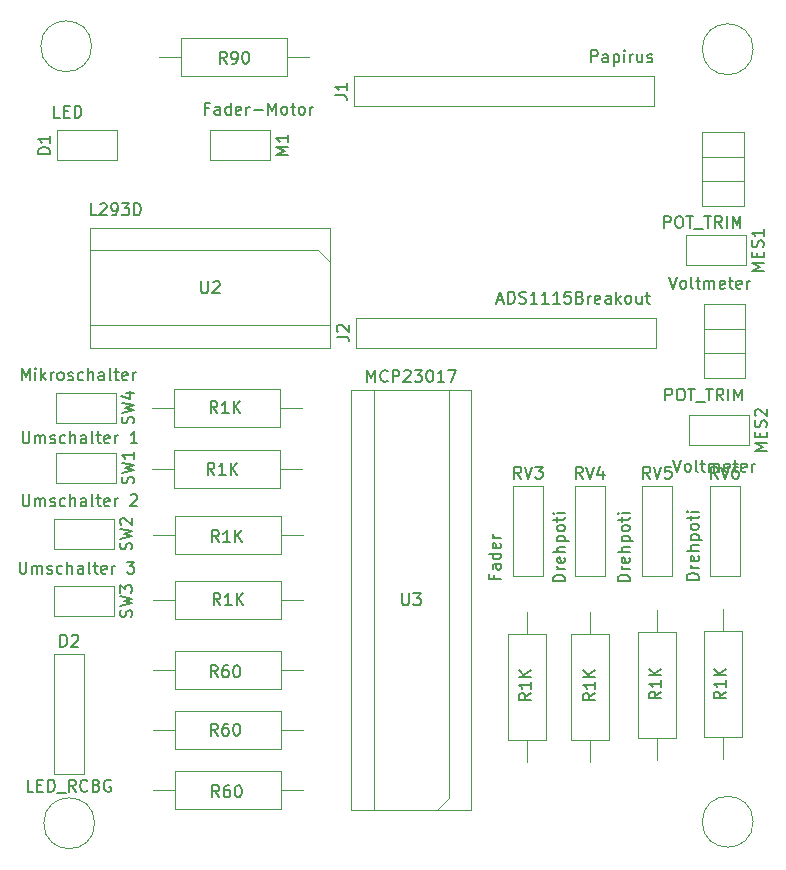
<source format=gbr>
G04 #@! TF.FileFunction,Other,Fab,Top*
%FSLAX46Y46*%
G04 Gerber Fmt 4.6, Leading zero omitted, Abs format (unit mm)*
G04 Created by KiCad (PCBNEW 4.0.6) date Fri Jul 14 14:02:12 2017*
%MOMM*%
%LPD*%
G01*
G04 APERTURE LIST*
%ADD10C,0.100000*%
%ADD11C,0.150000*%
G04 APERTURE END LIST*
D10*
X18664066Y-82042000D02*
G75*
G03X18664066Y-82042000I-2154066J0D01*
G01*
X74417066Y-16510000D02*
G75*
G03X74417066Y-16510000I-2154066J0D01*
G01*
X18410066Y-16256000D02*
G75*
G03X18410066Y-16256000I-2154066J0D01*
G01*
X15494000Y-25908000D02*
X20574000Y-25908000D01*
X20574000Y-25908000D02*
X20574000Y-23368000D01*
X20574000Y-23368000D02*
X15494000Y-23368000D01*
X15494000Y-23368000D02*
X15494000Y-25908000D01*
X15240000Y-67691000D02*
X15240000Y-77851000D01*
X15240000Y-77851000D02*
X17780000Y-77851000D01*
X17780000Y-77851000D02*
X17780000Y-67691000D01*
X17780000Y-67691000D02*
X15240000Y-67691000D01*
X40640000Y-21336000D02*
X66040000Y-21336000D01*
X66040000Y-21336000D02*
X66040000Y-18796000D01*
X66040000Y-18796000D02*
X40640000Y-18796000D01*
X40640000Y-18796000D02*
X40640000Y-21336000D01*
X40767000Y-41783000D02*
X66167000Y-41783000D01*
X66167000Y-41783000D02*
X66167000Y-39243000D01*
X66167000Y-39243000D02*
X40767000Y-39243000D01*
X40767000Y-39243000D02*
X40767000Y-41783000D01*
X33528000Y-23368000D02*
X28448000Y-23368000D01*
X28448000Y-23368000D02*
X28448000Y-25908000D01*
X28448000Y-25908000D02*
X33528000Y-25908000D01*
X33528000Y-25908000D02*
X33528000Y-23368000D01*
X73787000Y-32258000D02*
X68707000Y-32258000D01*
X68707000Y-32258000D02*
X68707000Y-34798000D01*
X68707000Y-34798000D02*
X73787000Y-34798000D01*
X73787000Y-34798000D02*
X73787000Y-32258000D01*
X74041000Y-47498000D02*
X68961000Y-47498000D01*
X68961000Y-47498000D02*
X68961000Y-50038000D01*
X68961000Y-50038000D02*
X74041000Y-50038000D01*
X74041000Y-50038000D02*
X74041000Y-47498000D01*
X56845000Y-65985000D02*
X53645000Y-65985000D01*
X53645000Y-65985000D02*
X53645000Y-74985000D01*
X53645000Y-74985000D02*
X56845000Y-74985000D01*
X56845000Y-74985000D02*
X56845000Y-65985000D01*
X55245000Y-64135000D02*
X55245000Y-65985000D01*
X55245000Y-76835000D02*
X55245000Y-74985000D01*
X62179000Y-65985000D02*
X58979000Y-65985000D01*
X58979000Y-65985000D02*
X58979000Y-74985000D01*
X58979000Y-74985000D02*
X62179000Y-74985000D01*
X62179000Y-74985000D02*
X62179000Y-65985000D01*
X60579000Y-64135000D02*
X60579000Y-65985000D01*
X60579000Y-76835000D02*
X60579000Y-74985000D01*
X67894000Y-65858000D02*
X64694000Y-65858000D01*
X64694000Y-65858000D02*
X64694000Y-74858000D01*
X64694000Y-74858000D02*
X67894000Y-74858000D01*
X67894000Y-74858000D02*
X67894000Y-65858000D01*
X66294000Y-64008000D02*
X66294000Y-65858000D01*
X66294000Y-76708000D02*
X66294000Y-74858000D01*
X73482000Y-65731000D02*
X70282000Y-65731000D01*
X70282000Y-65731000D02*
X70282000Y-74731000D01*
X70282000Y-74731000D02*
X73482000Y-74731000D01*
X73482000Y-74731000D02*
X73482000Y-65731000D01*
X71882000Y-63881000D02*
X71882000Y-65731000D01*
X71882000Y-76581000D02*
X71882000Y-74731000D01*
X25980000Y-15545000D02*
X25980000Y-18745000D01*
X25980000Y-18745000D02*
X34980000Y-18745000D01*
X34980000Y-18745000D02*
X34980000Y-15545000D01*
X34980000Y-15545000D02*
X25980000Y-15545000D01*
X24130000Y-17145000D02*
X25980000Y-17145000D01*
X36830000Y-17145000D02*
X34980000Y-17145000D01*
X25472000Y-72568000D02*
X25472000Y-75768000D01*
X25472000Y-75768000D02*
X34472000Y-75768000D01*
X34472000Y-75768000D02*
X34472000Y-72568000D01*
X34472000Y-72568000D02*
X25472000Y-72568000D01*
X23622000Y-74168000D02*
X25472000Y-74168000D01*
X36322000Y-74168000D02*
X34472000Y-74168000D01*
X25472000Y-77648000D02*
X25472000Y-80848000D01*
X25472000Y-80848000D02*
X34472000Y-80848000D01*
X34472000Y-80848000D02*
X34472000Y-77648000D01*
X34472000Y-77648000D02*
X25472000Y-77648000D01*
X23622000Y-79248000D02*
X25472000Y-79248000D01*
X36322000Y-79248000D02*
X34472000Y-79248000D01*
X25472000Y-67488000D02*
X25472000Y-70688000D01*
X25472000Y-70688000D02*
X34472000Y-70688000D01*
X34472000Y-70688000D02*
X34472000Y-67488000D01*
X34472000Y-67488000D02*
X25472000Y-67488000D01*
X23622000Y-69088000D02*
X25472000Y-69088000D01*
X36322000Y-69088000D02*
X34472000Y-69088000D01*
X73604000Y-23480000D02*
X73604000Y-29780000D01*
X73604000Y-29780000D02*
X70104000Y-29780000D01*
X70104000Y-29780000D02*
X70104000Y-23480000D01*
X70104000Y-23480000D02*
X73604000Y-23480000D01*
X70104000Y-25630000D02*
X70104000Y-27630000D01*
X70104000Y-27630000D02*
X73604000Y-27630000D01*
X73604000Y-27630000D02*
X73604000Y-25630000D01*
X73604000Y-25630000D02*
X70104000Y-25630000D01*
X73731000Y-38085000D02*
X73731000Y-44385000D01*
X73731000Y-44385000D02*
X70231000Y-44385000D01*
X70231000Y-44385000D02*
X70231000Y-38085000D01*
X70231000Y-38085000D02*
X73731000Y-38085000D01*
X70231000Y-40235000D02*
X70231000Y-42235000D01*
X70231000Y-42235000D02*
X73731000Y-42235000D01*
X73731000Y-42235000D02*
X73731000Y-40235000D01*
X73731000Y-40235000D02*
X70231000Y-40235000D01*
X54102000Y-53467000D02*
X54102000Y-61087000D01*
X54102000Y-61087000D02*
X56642000Y-61087000D01*
X56642000Y-61087000D02*
X56642000Y-53467000D01*
X56642000Y-53467000D02*
X54102000Y-53467000D01*
X59309000Y-53467000D02*
X59309000Y-61087000D01*
X59309000Y-61087000D02*
X61849000Y-61087000D01*
X61849000Y-61087000D02*
X61849000Y-53467000D01*
X61849000Y-53467000D02*
X59309000Y-53467000D01*
X65024000Y-53467000D02*
X65024000Y-61087000D01*
X65024000Y-61087000D02*
X67564000Y-61087000D01*
X67564000Y-61087000D02*
X67564000Y-53467000D01*
X67564000Y-53467000D02*
X65024000Y-53467000D01*
X70739000Y-53467000D02*
X70739000Y-61087000D01*
X70739000Y-61087000D02*
X73279000Y-61087000D01*
X73279000Y-61087000D02*
X73279000Y-53467000D01*
X73279000Y-53467000D02*
X70739000Y-53467000D01*
X20447000Y-50673000D02*
X15367000Y-50673000D01*
X15367000Y-50673000D02*
X15367000Y-53213000D01*
X15367000Y-53213000D02*
X20447000Y-53213000D01*
X20447000Y-53213000D02*
X20447000Y-50673000D01*
X20320000Y-56261000D02*
X15240000Y-56261000D01*
X15240000Y-56261000D02*
X15240000Y-58801000D01*
X15240000Y-58801000D02*
X20320000Y-58801000D01*
X20320000Y-58801000D02*
X20320000Y-56261000D01*
X20320000Y-61976000D02*
X15240000Y-61976000D01*
X15240000Y-61976000D02*
X15240000Y-64516000D01*
X15240000Y-64516000D02*
X20320000Y-64516000D01*
X20320000Y-64516000D02*
X20320000Y-61976000D01*
X20447000Y-45593000D02*
X15367000Y-45593000D01*
X15367000Y-45593000D02*
X15367000Y-48133000D01*
X15367000Y-48133000D02*
X20447000Y-48133000D01*
X20447000Y-48133000D02*
X20447000Y-45593000D01*
X38608000Y-34528000D02*
X38608000Y-39878000D01*
X38608000Y-39878000D02*
X18288000Y-39878000D01*
X18288000Y-39878000D02*
X18288000Y-33528000D01*
X18288000Y-33528000D02*
X37608000Y-33528000D01*
X37608000Y-33528000D02*
X38608000Y-34528000D01*
X38608000Y-31623000D02*
X18288000Y-31623000D01*
X18288000Y-31623000D02*
X18288000Y-41783000D01*
X18288000Y-41783000D02*
X38608000Y-41783000D01*
X38608000Y-41783000D02*
X38608000Y-31623000D01*
X47641000Y-80899000D02*
X42291000Y-80899000D01*
X42291000Y-80899000D02*
X42291000Y-45339000D01*
X42291000Y-45339000D02*
X48641000Y-45339000D01*
X48641000Y-45339000D02*
X48641000Y-79899000D01*
X48641000Y-79899000D02*
X47641000Y-80899000D01*
X50546000Y-80899000D02*
X50546000Y-45339000D01*
X50546000Y-45339000D02*
X40386000Y-45339000D01*
X40386000Y-45339000D02*
X40386000Y-80899000D01*
X40386000Y-80899000D02*
X50546000Y-80899000D01*
X25345000Y-50470000D02*
X25345000Y-53670000D01*
X25345000Y-53670000D02*
X34345000Y-53670000D01*
X34345000Y-53670000D02*
X34345000Y-50470000D01*
X34345000Y-50470000D02*
X25345000Y-50470000D01*
X23495000Y-52070000D02*
X25345000Y-52070000D01*
X36195000Y-52070000D02*
X34345000Y-52070000D01*
X25472000Y-56058000D02*
X25472000Y-59258000D01*
X25472000Y-59258000D02*
X34472000Y-59258000D01*
X34472000Y-59258000D02*
X34472000Y-56058000D01*
X34472000Y-56058000D02*
X25472000Y-56058000D01*
X23622000Y-57658000D02*
X25472000Y-57658000D01*
X36322000Y-57658000D02*
X34472000Y-57658000D01*
X25472000Y-61519000D02*
X25472000Y-64719000D01*
X25472000Y-64719000D02*
X34472000Y-64719000D01*
X34472000Y-64719000D02*
X34472000Y-61519000D01*
X34472000Y-61519000D02*
X25472000Y-61519000D01*
X23622000Y-63119000D02*
X25472000Y-63119000D01*
X36322000Y-63119000D02*
X34472000Y-63119000D01*
X25345000Y-45263000D02*
X25345000Y-48463000D01*
X25345000Y-48463000D02*
X34345000Y-48463000D01*
X34345000Y-48463000D02*
X34345000Y-45263000D01*
X34345000Y-45263000D02*
X25345000Y-45263000D01*
X23495000Y-46863000D02*
X25345000Y-46863000D01*
X36195000Y-46863000D02*
X34345000Y-46863000D01*
X74417066Y-81915000D02*
G75*
G03X74417066Y-81915000I-2154066J0D01*
G01*
D11*
X15740143Y-22296381D02*
X15263952Y-22296381D01*
X15263952Y-21296381D01*
X16073476Y-21772571D02*
X16406810Y-21772571D01*
X16549667Y-22296381D02*
X16073476Y-22296381D01*
X16073476Y-21296381D01*
X16549667Y-21296381D01*
X16978238Y-22296381D02*
X16978238Y-21296381D01*
X17216333Y-21296381D01*
X17359191Y-21344000D01*
X17454429Y-21439238D01*
X17502048Y-21534476D01*
X17549667Y-21724952D01*
X17549667Y-21867810D01*
X17502048Y-22058286D01*
X17454429Y-22153524D01*
X17359191Y-22248762D01*
X17216333Y-22296381D01*
X16978238Y-22296381D01*
X14886381Y-25376095D02*
X13886381Y-25376095D01*
X13886381Y-25138000D01*
X13934000Y-24995142D01*
X14029238Y-24899904D01*
X14124476Y-24852285D01*
X14314952Y-24804666D01*
X14457810Y-24804666D01*
X14648286Y-24852285D01*
X14743524Y-24899904D01*
X14838762Y-24995142D01*
X14886381Y-25138000D01*
X14886381Y-25376095D01*
X14886381Y-23852285D02*
X14886381Y-24423714D01*
X14886381Y-24138000D02*
X13886381Y-24138000D01*
X14029238Y-24233238D01*
X14124476Y-24328476D01*
X14172095Y-24423714D01*
X13486191Y-79363381D02*
X13010000Y-79363381D01*
X13010000Y-78363381D01*
X13819524Y-78839571D02*
X14152858Y-78839571D01*
X14295715Y-79363381D02*
X13819524Y-79363381D01*
X13819524Y-78363381D01*
X14295715Y-78363381D01*
X14724286Y-79363381D02*
X14724286Y-78363381D01*
X14962381Y-78363381D01*
X15105239Y-78411000D01*
X15200477Y-78506238D01*
X15248096Y-78601476D01*
X15295715Y-78791952D01*
X15295715Y-78934810D01*
X15248096Y-79125286D01*
X15200477Y-79220524D01*
X15105239Y-79315762D01*
X14962381Y-79363381D01*
X14724286Y-79363381D01*
X15486191Y-79458619D02*
X16248096Y-79458619D01*
X17057620Y-79363381D02*
X16724286Y-78887190D01*
X16486191Y-79363381D02*
X16486191Y-78363381D01*
X16867144Y-78363381D01*
X16962382Y-78411000D01*
X17010001Y-78458619D01*
X17057620Y-78553857D01*
X17057620Y-78696714D01*
X17010001Y-78791952D01*
X16962382Y-78839571D01*
X16867144Y-78887190D01*
X16486191Y-78887190D01*
X18057620Y-79268143D02*
X18010001Y-79315762D01*
X17867144Y-79363381D01*
X17771906Y-79363381D01*
X17629048Y-79315762D01*
X17533810Y-79220524D01*
X17486191Y-79125286D01*
X17438572Y-78934810D01*
X17438572Y-78791952D01*
X17486191Y-78601476D01*
X17533810Y-78506238D01*
X17629048Y-78411000D01*
X17771906Y-78363381D01*
X17867144Y-78363381D01*
X18010001Y-78411000D01*
X18057620Y-78458619D01*
X18819525Y-78839571D02*
X18962382Y-78887190D01*
X19010001Y-78934810D01*
X19057620Y-79030048D01*
X19057620Y-79172905D01*
X19010001Y-79268143D01*
X18962382Y-79315762D01*
X18867144Y-79363381D01*
X18486191Y-79363381D01*
X18486191Y-78363381D01*
X18819525Y-78363381D01*
X18914763Y-78411000D01*
X18962382Y-78458619D01*
X19010001Y-78553857D01*
X19010001Y-78649095D01*
X18962382Y-78744333D01*
X18914763Y-78791952D01*
X18819525Y-78839571D01*
X18486191Y-78839571D01*
X20010001Y-78411000D02*
X19914763Y-78363381D01*
X19771906Y-78363381D01*
X19629048Y-78411000D01*
X19533810Y-78506238D01*
X19486191Y-78601476D01*
X19438572Y-78791952D01*
X19438572Y-78934810D01*
X19486191Y-79125286D01*
X19533810Y-79220524D01*
X19629048Y-79315762D01*
X19771906Y-79363381D01*
X19867144Y-79363381D01*
X20010001Y-79315762D01*
X20057620Y-79268143D01*
X20057620Y-78934810D01*
X19867144Y-78934810D01*
X15771905Y-67083381D02*
X15771905Y-66083381D01*
X16010000Y-66083381D01*
X16152858Y-66131000D01*
X16248096Y-66226238D01*
X16295715Y-66321476D01*
X16343334Y-66511952D01*
X16343334Y-66654810D01*
X16295715Y-66845286D01*
X16248096Y-66940524D01*
X16152858Y-67035762D01*
X16010000Y-67083381D01*
X15771905Y-67083381D01*
X16724286Y-66178619D02*
X16771905Y-66131000D01*
X16867143Y-66083381D01*
X17105239Y-66083381D01*
X17200477Y-66131000D01*
X17248096Y-66178619D01*
X17295715Y-66273857D01*
X17295715Y-66369095D01*
X17248096Y-66511952D01*
X16676667Y-67083381D01*
X17295715Y-67083381D01*
X60699971Y-17597381D02*
X60699971Y-16597381D01*
X61080924Y-16597381D01*
X61176162Y-16645000D01*
X61223781Y-16692619D01*
X61271400Y-16787857D01*
X61271400Y-16930714D01*
X61223781Y-17025952D01*
X61176162Y-17073571D01*
X61080924Y-17121190D01*
X60699971Y-17121190D01*
X62128543Y-17597381D02*
X62128543Y-17073571D01*
X62080924Y-16978333D01*
X61985686Y-16930714D01*
X61795209Y-16930714D01*
X61699971Y-16978333D01*
X62128543Y-17549762D02*
X62033305Y-17597381D01*
X61795209Y-17597381D01*
X61699971Y-17549762D01*
X61652352Y-17454524D01*
X61652352Y-17359286D01*
X61699971Y-17264048D01*
X61795209Y-17216429D01*
X62033305Y-17216429D01*
X62128543Y-17168810D01*
X62604733Y-16930714D02*
X62604733Y-17930714D01*
X62604733Y-16978333D02*
X62699971Y-16930714D01*
X62890448Y-16930714D01*
X62985686Y-16978333D01*
X63033305Y-17025952D01*
X63080924Y-17121190D01*
X63080924Y-17406905D01*
X63033305Y-17502143D01*
X62985686Y-17549762D01*
X62890448Y-17597381D01*
X62699971Y-17597381D01*
X62604733Y-17549762D01*
X63509495Y-17597381D02*
X63509495Y-16930714D01*
X63509495Y-16597381D02*
X63461876Y-16645000D01*
X63509495Y-16692619D01*
X63557114Y-16645000D01*
X63509495Y-16597381D01*
X63509495Y-16692619D01*
X63985685Y-17597381D02*
X63985685Y-16930714D01*
X63985685Y-17121190D02*
X64033304Y-17025952D01*
X64080923Y-16978333D01*
X64176161Y-16930714D01*
X64271400Y-16930714D01*
X65033305Y-16930714D02*
X65033305Y-17597381D01*
X64604733Y-16930714D02*
X64604733Y-17454524D01*
X64652352Y-17549762D01*
X64747590Y-17597381D01*
X64890448Y-17597381D01*
X64985686Y-17549762D01*
X65033305Y-17502143D01*
X65461876Y-17549762D02*
X65557114Y-17597381D01*
X65747590Y-17597381D01*
X65842829Y-17549762D01*
X65890448Y-17454524D01*
X65890448Y-17406905D01*
X65842829Y-17311667D01*
X65747590Y-17264048D01*
X65604733Y-17264048D01*
X65509495Y-17216429D01*
X65461876Y-17121190D01*
X65461876Y-17073571D01*
X65509495Y-16978333D01*
X65604733Y-16930714D01*
X65747590Y-16930714D01*
X65842829Y-16978333D01*
X39032381Y-20399333D02*
X39746667Y-20399333D01*
X39889524Y-20446953D01*
X39984762Y-20542191D01*
X40032381Y-20685048D01*
X40032381Y-20780286D01*
X40032381Y-19399333D02*
X40032381Y-19970762D01*
X40032381Y-19685048D02*
X39032381Y-19685048D01*
X39175238Y-19780286D01*
X39270476Y-19875524D01*
X39318095Y-19970762D01*
X52777237Y-37758667D02*
X53253428Y-37758667D01*
X52681999Y-38044381D02*
X53015332Y-37044381D01*
X53348666Y-38044381D01*
X53681999Y-38044381D02*
X53681999Y-37044381D01*
X53920094Y-37044381D01*
X54062952Y-37092000D01*
X54158190Y-37187238D01*
X54205809Y-37282476D01*
X54253428Y-37472952D01*
X54253428Y-37615810D01*
X54205809Y-37806286D01*
X54158190Y-37901524D01*
X54062952Y-37996762D01*
X53920094Y-38044381D01*
X53681999Y-38044381D01*
X54634380Y-37996762D02*
X54777237Y-38044381D01*
X55015333Y-38044381D01*
X55110571Y-37996762D01*
X55158190Y-37949143D01*
X55205809Y-37853905D01*
X55205809Y-37758667D01*
X55158190Y-37663429D01*
X55110571Y-37615810D01*
X55015333Y-37568190D01*
X54824856Y-37520571D01*
X54729618Y-37472952D01*
X54681999Y-37425333D01*
X54634380Y-37330095D01*
X54634380Y-37234857D01*
X54681999Y-37139619D01*
X54729618Y-37092000D01*
X54824856Y-37044381D01*
X55062952Y-37044381D01*
X55205809Y-37092000D01*
X56158190Y-38044381D02*
X55586761Y-38044381D01*
X55872475Y-38044381D02*
X55872475Y-37044381D01*
X55777237Y-37187238D01*
X55681999Y-37282476D01*
X55586761Y-37330095D01*
X57110571Y-38044381D02*
X56539142Y-38044381D01*
X56824856Y-38044381D02*
X56824856Y-37044381D01*
X56729618Y-37187238D01*
X56634380Y-37282476D01*
X56539142Y-37330095D01*
X58062952Y-38044381D02*
X57491523Y-38044381D01*
X57777237Y-38044381D02*
X57777237Y-37044381D01*
X57681999Y-37187238D01*
X57586761Y-37282476D01*
X57491523Y-37330095D01*
X58967714Y-37044381D02*
X58491523Y-37044381D01*
X58443904Y-37520571D01*
X58491523Y-37472952D01*
X58586761Y-37425333D01*
X58824857Y-37425333D01*
X58920095Y-37472952D01*
X58967714Y-37520571D01*
X59015333Y-37615810D01*
X59015333Y-37853905D01*
X58967714Y-37949143D01*
X58920095Y-37996762D01*
X58824857Y-38044381D01*
X58586761Y-38044381D01*
X58491523Y-37996762D01*
X58443904Y-37949143D01*
X59777238Y-37520571D02*
X59920095Y-37568190D01*
X59967714Y-37615810D01*
X60015333Y-37711048D01*
X60015333Y-37853905D01*
X59967714Y-37949143D01*
X59920095Y-37996762D01*
X59824857Y-38044381D01*
X59443904Y-38044381D01*
X59443904Y-37044381D01*
X59777238Y-37044381D01*
X59872476Y-37092000D01*
X59920095Y-37139619D01*
X59967714Y-37234857D01*
X59967714Y-37330095D01*
X59920095Y-37425333D01*
X59872476Y-37472952D01*
X59777238Y-37520571D01*
X59443904Y-37520571D01*
X60443904Y-38044381D02*
X60443904Y-37377714D01*
X60443904Y-37568190D02*
X60491523Y-37472952D01*
X60539142Y-37425333D01*
X60634380Y-37377714D01*
X60729619Y-37377714D01*
X61443905Y-37996762D02*
X61348667Y-38044381D01*
X61158190Y-38044381D01*
X61062952Y-37996762D01*
X61015333Y-37901524D01*
X61015333Y-37520571D01*
X61062952Y-37425333D01*
X61158190Y-37377714D01*
X61348667Y-37377714D01*
X61443905Y-37425333D01*
X61491524Y-37520571D01*
X61491524Y-37615810D01*
X61015333Y-37711048D01*
X62348667Y-38044381D02*
X62348667Y-37520571D01*
X62301048Y-37425333D01*
X62205810Y-37377714D01*
X62015333Y-37377714D01*
X61920095Y-37425333D01*
X62348667Y-37996762D02*
X62253429Y-38044381D01*
X62015333Y-38044381D01*
X61920095Y-37996762D01*
X61872476Y-37901524D01*
X61872476Y-37806286D01*
X61920095Y-37711048D01*
X62015333Y-37663429D01*
X62253429Y-37663429D01*
X62348667Y-37615810D01*
X62824857Y-38044381D02*
X62824857Y-37044381D01*
X62920095Y-37663429D02*
X63205810Y-38044381D01*
X63205810Y-37377714D02*
X62824857Y-37758667D01*
X63777238Y-38044381D02*
X63682000Y-37996762D01*
X63634381Y-37949143D01*
X63586762Y-37853905D01*
X63586762Y-37568190D01*
X63634381Y-37472952D01*
X63682000Y-37425333D01*
X63777238Y-37377714D01*
X63920096Y-37377714D01*
X64015334Y-37425333D01*
X64062953Y-37472952D01*
X64110572Y-37568190D01*
X64110572Y-37853905D01*
X64062953Y-37949143D01*
X64015334Y-37996762D01*
X63920096Y-38044381D01*
X63777238Y-38044381D01*
X64967715Y-37377714D02*
X64967715Y-38044381D01*
X64539143Y-37377714D02*
X64539143Y-37901524D01*
X64586762Y-37996762D01*
X64682000Y-38044381D01*
X64824858Y-38044381D01*
X64920096Y-37996762D01*
X64967715Y-37949143D01*
X65301048Y-37377714D02*
X65682000Y-37377714D01*
X65443905Y-37044381D02*
X65443905Y-37901524D01*
X65491524Y-37996762D01*
X65586762Y-38044381D01*
X65682000Y-38044381D01*
X39159381Y-40846333D02*
X39873667Y-40846333D01*
X40016524Y-40893953D01*
X40111762Y-40989191D01*
X40159381Y-41132048D01*
X40159381Y-41227286D01*
X39254619Y-40417762D02*
X39207000Y-40370143D01*
X39159381Y-40274905D01*
X39159381Y-40036809D01*
X39207000Y-39941571D01*
X39254619Y-39893952D01*
X39349857Y-39846333D01*
X39445095Y-39846333D01*
X39587952Y-39893952D01*
X40159381Y-40465381D01*
X40159381Y-39846333D01*
X28321524Y-21518571D02*
X27988190Y-21518571D01*
X27988190Y-22042381D02*
X27988190Y-21042381D01*
X28464381Y-21042381D01*
X29273905Y-22042381D02*
X29273905Y-21518571D01*
X29226286Y-21423333D01*
X29131048Y-21375714D01*
X28940571Y-21375714D01*
X28845333Y-21423333D01*
X29273905Y-21994762D02*
X29178667Y-22042381D01*
X28940571Y-22042381D01*
X28845333Y-21994762D01*
X28797714Y-21899524D01*
X28797714Y-21804286D01*
X28845333Y-21709048D01*
X28940571Y-21661429D01*
X29178667Y-21661429D01*
X29273905Y-21613810D01*
X30178667Y-22042381D02*
X30178667Y-21042381D01*
X30178667Y-21994762D02*
X30083429Y-22042381D01*
X29892952Y-22042381D01*
X29797714Y-21994762D01*
X29750095Y-21947143D01*
X29702476Y-21851905D01*
X29702476Y-21566190D01*
X29750095Y-21470952D01*
X29797714Y-21423333D01*
X29892952Y-21375714D01*
X30083429Y-21375714D01*
X30178667Y-21423333D01*
X31035810Y-21994762D02*
X30940572Y-22042381D01*
X30750095Y-22042381D01*
X30654857Y-21994762D01*
X30607238Y-21899524D01*
X30607238Y-21518571D01*
X30654857Y-21423333D01*
X30750095Y-21375714D01*
X30940572Y-21375714D01*
X31035810Y-21423333D01*
X31083429Y-21518571D01*
X31083429Y-21613810D01*
X30607238Y-21709048D01*
X31512000Y-22042381D02*
X31512000Y-21375714D01*
X31512000Y-21566190D02*
X31559619Y-21470952D01*
X31607238Y-21423333D01*
X31702476Y-21375714D01*
X31797715Y-21375714D01*
X32131048Y-21661429D02*
X32892953Y-21661429D01*
X33369143Y-22042381D02*
X33369143Y-21042381D01*
X33702477Y-21756667D01*
X34035810Y-21042381D01*
X34035810Y-22042381D01*
X34654857Y-22042381D02*
X34559619Y-21994762D01*
X34512000Y-21947143D01*
X34464381Y-21851905D01*
X34464381Y-21566190D01*
X34512000Y-21470952D01*
X34559619Y-21423333D01*
X34654857Y-21375714D01*
X34797715Y-21375714D01*
X34892953Y-21423333D01*
X34940572Y-21470952D01*
X34988191Y-21566190D01*
X34988191Y-21851905D01*
X34940572Y-21947143D01*
X34892953Y-21994762D01*
X34797715Y-22042381D01*
X34654857Y-22042381D01*
X35273905Y-21375714D02*
X35654857Y-21375714D01*
X35416762Y-21042381D02*
X35416762Y-21899524D01*
X35464381Y-21994762D01*
X35559619Y-22042381D01*
X35654857Y-22042381D01*
X36131048Y-22042381D02*
X36035810Y-21994762D01*
X35988191Y-21947143D01*
X35940572Y-21851905D01*
X35940572Y-21566190D01*
X35988191Y-21470952D01*
X36035810Y-21423333D01*
X36131048Y-21375714D01*
X36273906Y-21375714D01*
X36369144Y-21423333D01*
X36416763Y-21470952D01*
X36464382Y-21566190D01*
X36464382Y-21851905D01*
X36416763Y-21947143D01*
X36369144Y-21994762D01*
X36273906Y-22042381D01*
X36131048Y-22042381D01*
X36892953Y-22042381D02*
X36892953Y-21375714D01*
X36892953Y-21566190D02*
X36940572Y-21470952D01*
X36988191Y-21423333D01*
X37083429Y-21375714D01*
X37178668Y-21375714D01*
X35040381Y-25447524D02*
X34040381Y-25447524D01*
X34754667Y-25114190D01*
X34040381Y-24780857D01*
X35040381Y-24780857D01*
X35040381Y-23780857D02*
X35040381Y-24352286D01*
X35040381Y-24066572D02*
X34040381Y-24066572D01*
X34183238Y-24161810D01*
X34278476Y-24257048D01*
X34326095Y-24352286D01*
X67286618Y-35774381D02*
X67619951Y-36774381D01*
X67953285Y-35774381D01*
X68429475Y-36774381D02*
X68334237Y-36726762D01*
X68286618Y-36679143D01*
X68238999Y-36583905D01*
X68238999Y-36298190D01*
X68286618Y-36202952D01*
X68334237Y-36155333D01*
X68429475Y-36107714D01*
X68572333Y-36107714D01*
X68667571Y-36155333D01*
X68715190Y-36202952D01*
X68762809Y-36298190D01*
X68762809Y-36583905D01*
X68715190Y-36679143D01*
X68667571Y-36726762D01*
X68572333Y-36774381D01*
X68429475Y-36774381D01*
X69334237Y-36774381D02*
X69238999Y-36726762D01*
X69191380Y-36631524D01*
X69191380Y-35774381D01*
X69572333Y-36107714D02*
X69953285Y-36107714D01*
X69715190Y-35774381D02*
X69715190Y-36631524D01*
X69762809Y-36726762D01*
X69858047Y-36774381D01*
X69953285Y-36774381D01*
X70286619Y-36774381D02*
X70286619Y-36107714D01*
X70286619Y-36202952D02*
X70334238Y-36155333D01*
X70429476Y-36107714D01*
X70572334Y-36107714D01*
X70667572Y-36155333D01*
X70715191Y-36250571D01*
X70715191Y-36774381D01*
X70715191Y-36250571D02*
X70762810Y-36155333D01*
X70858048Y-36107714D01*
X71000905Y-36107714D01*
X71096143Y-36155333D01*
X71143762Y-36250571D01*
X71143762Y-36774381D01*
X72000905Y-36726762D02*
X71905667Y-36774381D01*
X71715190Y-36774381D01*
X71619952Y-36726762D01*
X71572333Y-36631524D01*
X71572333Y-36250571D01*
X71619952Y-36155333D01*
X71715190Y-36107714D01*
X71905667Y-36107714D01*
X72000905Y-36155333D01*
X72048524Y-36250571D01*
X72048524Y-36345810D01*
X71572333Y-36441048D01*
X72334238Y-36107714D02*
X72715190Y-36107714D01*
X72477095Y-35774381D02*
X72477095Y-36631524D01*
X72524714Y-36726762D01*
X72619952Y-36774381D01*
X72715190Y-36774381D01*
X73429477Y-36726762D02*
X73334239Y-36774381D01*
X73143762Y-36774381D01*
X73048524Y-36726762D01*
X73000905Y-36631524D01*
X73000905Y-36250571D01*
X73048524Y-36155333D01*
X73143762Y-36107714D01*
X73334239Y-36107714D01*
X73429477Y-36155333D01*
X73477096Y-36250571D01*
X73477096Y-36345810D01*
X73000905Y-36441048D01*
X73905667Y-36774381D02*
X73905667Y-36107714D01*
X73905667Y-36298190D02*
X73953286Y-36202952D01*
X74000905Y-36155333D01*
X74096143Y-36107714D01*
X74191382Y-36107714D01*
X75299381Y-35266095D02*
X74299381Y-35266095D01*
X75013667Y-34932761D01*
X74299381Y-34599428D01*
X75299381Y-34599428D01*
X74775571Y-34123238D02*
X74775571Y-33789904D01*
X75299381Y-33647047D02*
X75299381Y-34123238D01*
X74299381Y-34123238D01*
X74299381Y-33647047D01*
X75251762Y-33266095D02*
X75299381Y-33123238D01*
X75299381Y-32885142D01*
X75251762Y-32789904D01*
X75204143Y-32742285D01*
X75108905Y-32694666D01*
X75013667Y-32694666D01*
X74918429Y-32742285D01*
X74870810Y-32789904D01*
X74823190Y-32885142D01*
X74775571Y-33075619D01*
X74727952Y-33170857D01*
X74680333Y-33218476D01*
X74585095Y-33266095D01*
X74489857Y-33266095D01*
X74394619Y-33218476D01*
X74347000Y-33170857D01*
X74299381Y-33075619D01*
X74299381Y-32837523D01*
X74347000Y-32694666D01*
X75299381Y-31742285D02*
X75299381Y-32313714D01*
X75299381Y-32028000D02*
X74299381Y-32028000D01*
X74442238Y-32123238D01*
X74537476Y-32218476D01*
X74585095Y-32313714D01*
X67667618Y-51268381D02*
X68000951Y-52268381D01*
X68334285Y-51268381D01*
X68810475Y-52268381D02*
X68715237Y-52220762D01*
X68667618Y-52173143D01*
X68619999Y-52077905D01*
X68619999Y-51792190D01*
X68667618Y-51696952D01*
X68715237Y-51649333D01*
X68810475Y-51601714D01*
X68953333Y-51601714D01*
X69048571Y-51649333D01*
X69096190Y-51696952D01*
X69143809Y-51792190D01*
X69143809Y-52077905D01*
X69096190Y-52173143D01*
X69048571Y-52220762D01*
X68953333Y-52268381D01*
X68810475Y-52268381D01*
X69715237Y-52268381D02*
X69619999Y-52220762D01*
X69572380Y-52125524D01*
X69572380Y-51268381D01*
X69953333Y-51601714D02*
X70334285Y-51601714D01*
X70096190Y-51268381D02*
X70096190Y-52125524D01*
X70143809Y-52220762D01*
X70239047Y-52268381D01*
X70334285Y-52268381D01*
X70667619Y-52268381D02*
X70667619Y-51601714D01*
X70667619Y-51696952D02*
X70715238Y-51649333D01*
X70810476Y-51601714D01*
X70953334Y-51601714D01*
X71048572Y-51649333D01*
X71096191Y-51744571D01*
X71096191Y-52268381D01*
X71096191Y-51744571D02*
X71143810Y-51649333D01*
X71239048Y-51601714D01*
X71381905Y-51601714D01*
X71477143Y-51649333D01*
X71524762Y-51744571D01*
X71524762Y-52268381D01*
X72381905Y-52220762D02*
X72286667Y-52268381D01*
X72096190Y-52268381D01*
X72000952Y-52220762D01*
X71953333Y-52125524D01*
X71953333Y-51744571D01*
X72000952Y-51649333D01*
X72096190Y-51601714D01*
X72286667Y-51601714D01*
X72381905Y-51649333D01*
X72429524Y-51744571D01*
X72429524Y-51839810D01*
X71953333Y-51935048D01*
X72715238Y-51601714D02*
X73096190Y-51601714D01*
X72858095Y-51268381D02*
X72858095Y-52125524D01*
X72905714Y-52220762D01*
X73000952Y-52268381D01*
X73096190Y-52268381D01*
X73810477Y-52220762D02*
X73715239Y-52268381D01*
X73524762Y-52268381D01*
X73429524Y-52220762D01*
X73381905Y-52125524D01*
X73381905Y-51744571D01*
X73429524Y-51649333D01*
X73524762Y-51601714D01*
X73715239Y-51601714D01*
X73810477Y-51649333D01*
X73858096Y-51744571D01*
X73858096Y-51839810D01*
X73381905Y-51935048D01*
X74286667Y-52268381D02*
X74286667Y-51601714D01*
X74286667Y-51792190D02*
X74334286Y-51696952D01*
X74381905Y-51649333D01*
X74477143Y-51601714D01*
X74572382Y-51601714D01*
X75553381Y-50506095D02*
X74553381Y-50506095D01*
X75267667Y-50172761D01*
X74553381Y-49839428D01*
X75553381Y-49839428D01*
X75029571Y-49363238D02*
X75029571Y-49029904D01*
X75553381Y-48887047D02*
X75553381Y-49363238D01*
X74553381Y-49363238D01*
X74553381Y-48887047D01*
X75505762Y-48506095D02*
X75553381Y-48363238D01*
X75553381Y-48125142D01*
X75505762Y-48029904D01*
X75458143Y-47982285D01*
X75362905Y-47934666D01*
X75267667Y-47934666D01*
X75172429Y-47982285D01*
X75124810Y-48029904D01*
X75077190Y-48125142D01*
X75029571Y-48315619D01*
X74981952Y-48410857D01*
X74934333Y-48458476D01*
X74839095Y-48506095D01*
X74743857Y-48506095D01*
X74648619Y-48458476D01*
X74601000Y-48410857D01*
X74553381Y-48315619D01*
X74553381Y-48077523D01*
X74601000Y-47934666D01*
X74648619Y-47553714D02*
X74601000Y-47506095D01*
X74553381Y-47410857D01*
X74553381Y-47172761D01*
X74601000Y-47077523D01*
X74648619Y-47029904D01*
X74743857Y-46982285D01*
X74839095Y-46982285D01*
X74981952Y-47029904D01*
X75553381Y-47601333D01*
X75553381Y-46982285D01*
X55570381Y-71024666D02*
X55094190Y-71358000D01*
X55570381Y-71596095D02*
X54570381Y-71596095D01*
X54570381Y-71215142D01*
X54618000Y-71119904D01*
X54665619Y-71072285D01*
X54760857Y-71024666D01*
X54903714Y-71024666D01*
X54998952Y-71072285D01*
X55046571Y-71119904D01*
X55094190Y-71215142D01*
X55094190Y-71596095D01*
X55570381Y-70072285D02*
X55570381Y-70643714D01*
X55570381Y-70358000D02*
X54570381Y-70358000D01*
X54713238Y-70453238D01*
X54808476Y-70548476D01*
X54856095Y-70643714D01*
X55570381Y-69643714D02*
X54570381Y-69643714D01*
X55570381Y-69072285D02*
X54998952Y-69500857D01*
X54570381Y-69072285D02*
X55141810Y-69643714D01*
X61031381Y-71024666D02*
X60555190Y-71358000D01*
X61031381Y-71596095D02*
X60031381Y-71596095D01*
X60031381Y-71215142D01*
X60079000Y-71119904D01*
X60126619Y-71072285D01*
X60221857Y-71024666D01*
X60364714Y-71024666D01*
X60459952Y-71072285D01*
X60507571Y-71119904D01*
X60555190Y-71215142D01*
X60555190Y-71596095D01*
X61031381Y-70072285D02*
X61031381Y-70643714D01*
X61031381Y-70358000D02*
X60031381Y-70358000D01*
X60174238Y-70453238D01*
X60269476Y-70548476D01*
X60317095Y-70643714D01*
X61031381Y-69643714D02*
X60031381Y-69643714D01*
X61031381Y-69072285D02*
X60459952Y-69500857D01*
X60031381Y-69072285D02*
X60602810Y-69643714D01*
X66619381Y-70897666D02*
X66143190Y-71231000D01*
X66619381Y-71469095D02*
X65619381Y-71469095D01*
X65619381Y-71088142D01*
X65667000Y-70992904D01*
X65714619Y-70945285D01*
X65809857Y-70897666D01*
X65952714Y-70897666D01*
X66047952Y-70945285D01*
X66095571Y-70992904D01*
X66143190Y-71088142D01*
X66143190Y-71469095D01*
X66619381Y-69945285D02*
X66619381Y-70516714D01*
X66619381Y-70231000D02*
X65619381Y-70231000D01*
X65762238Y-70326238D01*
X65857476Y-70421476D01*
X65905095Y-70516714D01*
X66619381Y-69516714D02*
X65619381Y-69516714D01*
X66619381Y-68945285D02*
X66047952Y-69373857D01*
X65619381Y-68945285D02*
X66190810Y-69516714D01*
X72080381Y-70897666D02*
X71604190Y-71231000D01*
X72080381Y-71469095D02*
X71080381Y-71469095D01*
X71080381Y-71088142D01*
X71128000Y-70992904D01*
X71175619Y-70945285D01*
X71270857Y-70897666D01*
X71413714Y-70897666D01*
X71508952Y-70945285D01*
X71556571Y-70992904D01*
X71604190Y-71088142D01*
X71604190Y-71469095D01*
X72080381Y-69945285D02*
X72080381Y-70516714D01*
X72080381Y-70231000D02*
X71080381Y-70231000D01*
X71223238Y-70326238D01*
X71318476Y-70421476D01*
X71366095Y-70516714D01*
X72080381Y-69516714D02*
X71080381Y-69516714D01*
X72080381Y-68945285D02*
X71508952Y-69373857D01*
X71080381Y-68945285D02*
X71651810Y-69516714D01*
X29837143Y-17724381D02*
X29503809Y-17248190D01*
X29265714Y-17724381D02*
X29265714Y-16724381D01*
X29646667Y-16724381D01*
X29741905Y-16772000D01*
X29789524Y-16819619D01*
X29837143Y-16914857D01*
X29837143Y-17057714D01*
X29789524Y-17152952D01*
X29741905Y-17200571D01*
X29646667Y-17248190D01*
X29265714Y-17248190D01*
X30313333Y-17724381D02*
X30503809Y-17724381D01*
X30599048Y-17676762D01*
X30646667Y-17629143D01*
X30741905Y-17486286D01*
X30789524Y-17295810D01*
X30789524Y-16914857D01*
X30741905Y-16819619D01*
X30694286Y-16772000D01*
X30599048Y-16724381D01*
X30408571Y-16724381D01*
X30313333Y-16772000D01*
X30265714Y-16819619D01*
X30218095Y-16914857D01*
X30218095Y-17152952D01*
X30265714Y-17248190D01*
X30313333Y-17295810D01*
X30408571Y-17343429D01*
X30599048Y-17343429D01*
X30694286Y-17295810D01*
X30741905Y-17248190D01*
X30789524Y-17152952D01*
X31408571Y-16724381D02*
X31503810Y-16724381D01*
X31599048Y-16772000D01*
X31646667Y-16819619D01*
X31694286Y-16914857D01*
X31741905Y-17105333D01*
X31741905Y-17343429D01*
X31694286Y-17533905D01*
X31646667Y-17629143D01*
X31599048Y-17676762D01*
X31503810Y-17724381D01*
X31408571Y-17724381D01*
X31313333Y-17676762D01*
X31265714Y-17629143D01*
X31218095Y-17533905D01*
X31170476Y-17343429D01*
X31170476Y-17105333D01*
X31218095Y-16914857D01*
X31265714Y-16819619D01*
X31313333Y-16772000D01*
X31408571Y-16724381D01*
X29075143Y-74620381D02*
X28741809Y-74144190D01*
X28503714Y-74620381D02*
X28503714Y-73620381D01*
X28884667Y-73620381D01*
X28979905Y-73668000D01*
X29027524Y-73715619D01*
X29075143Y-73810857D01*
X29075143Y-73953714D01*
X29027524Y-74048952D01*
X28979905Y-74096571D01*
X28884667Y-74144190D01*
X28503714Y-74144190D01*
X29932286Y-73620381D02*
X29741809Y-73620381D01*
X29646571Y-73668000D01*
X29598952Y-73715619D01*
X29503714Y-73858476D01*
X29456095Y-74048952D01*
X29456095Y-74429905D01*
X29503714Y-74525143D01*
X29551333Y-74572762D01*
X29646571Y-74620381D01*
X29837048Y-74620381D01*
X29932286Y-74572762D01*
X29979905Y-74525143D01*
X30027524Y-74429905D01*
X30027524Y-74191810D01*
X29979905Y-74096571D01*
X29932286Y-74048952D01*
X29837048Y-74001333D01*
X29646571Y-74001333D01*
X29551333Y-74048952D01*
X29503714Y-74096571D01*
X29456095Y-74191810D01*
X30646571Y-73620381D02*
X30741810Y-73620381D01*
X30837048Y-73668000D01*
X30884667Y-73715619D01*
X30932286Y-73810857D01*
X30979905Y-74001333D01*
X30979905Y-74239429D01*
X30932286Y-74429905D01*
X30884667Y-74525143D01*
X30837048Y-74572762D01*
X30741810Y-74620381D01*
X30646571Y-74620381D01*
X30551333Y-74572762D01*
X30503714Y-74525143D01*
X30456095Y-74429905D01*
X30408476Y-74239429D01*
X30408476Y-74001333D01*
X30456095Y-73810857D01*
X30503714Y-73715619D01*
X30551333Y-73668000D01*
X30646571Y-73620381D01*
X29202143Y-79827381D02*
X28868809Y-79351190D01*
X28630714Y-79827381D02*
X28630714Y-78827381D01*
X29011667Y-78827381D01*
X29106905Y-78875000D01*
X29154524Y-78922619D01*
X29202143Y-79017857D01*
X29202143Y-79160714D01*
X29154524Y-79255952D01*
X29106905Y-79303571D01*
X29011667Y-79351190D01*
X28630714Y-79351190D01*
X30059286Y-78827381D02*
X29868809Y-78827381D01*
X29773571Y-78875000D01*
X29725952Y-78922619D01*
X29630714Y-79065476D01*
X29583095Y-79255952D01*
X29583095Y-79636905D01*
X29630714Y-79732143D01*
X29678333Y-79779762D01*
X29773571Y-79827381D01*
X29964048Y-79827381D01*
X30059286Y-79779762D01*
X30106905Y-79732143D01*
X30154524Y-79636905D01*
X30154524Y-79398810D01*
X30106905Y-79303571D01*
X30059286Y-79255952D01*
X29964048Y-79208333D01*
X29773571Y-79208333D01*
X29678333Y-79255952D01*
X29630714Y-79303571D01*
X29583095Y-79398810D01*
X30773571Y-78827381D02*
X30868810Y-78827381D01*
X30964048Y-78875000D01*
X31011667Y-78922619D01*
X31059286Y-79017857D01*
X31106905Y-79208333D01*
X31106905Y-79446429D01*
X31059286Y-79636905D01*
X31011667Y-79732143D01*
X30964048Y-79779762D01*
X30868810Y-79827381D01*
X30773571Y-79827381D01*
X30678333Y-79779762D01*
X30630714Y-79732143D01*
X30583095Y-79636905D01*
X30535476Y-79446429D01*
X30535476Y-79208333D01*
X30583095Y-79017857D01*
X30630714Y-78922619D01*
X30678333Y-78875000D01*
X30773571Y-78827381D01*
X29075143Y-69667381D02*
X28741809Y-69191190D01*
X28503714Y-69667381D02*
X28503714Y-68667381D01*
X28884667Y-68667381D01*
X28979905Y-68715000D01*
X29027524Y-68762619D01*
X29075143Y-68857857D01*
X29075143Y-69000714D01*
X29027524Y-69095952D01*
X28979905Y-69143571D01*
X28884667Y-69191190D01*
X28503714Y-69191190D01*
X29932286Y-68667381D02*
X29741809Y-68667381D01*
X29646571Y-68715000D01*
X29598952Y-68762619D01*
X29503714Y-68905476D01*
X29456095Y-69095952D01*
X29456095Y-69476905D01*
X29503714Y-69572143D01*
X29551333Y-69619762D01*
X29646571Y-69667381D01*
X29837048Y-69667381D01*
X29932286Y-69619762D01*
X29979905Y-69572143D01*
X30027524Y-69476905D01*
X30027524Y-69238810D01*
X29979905Y-69143571D01*
X29932286Y-69095952D01*
X29837048Y-69048333D01*
X29646571Y-69048333D01*
X29551333Y-69095952D01*
X29503714Y-69143571D01*
X29456095Y-69238810D01*
X30646571Y-68667381D02*
X30741810Y-68667381D01*
X30837048Y-68715000D01*
X30884667Y-68762619D01*
X30932286Y-68857857D01*
X30979905Y-69048333D01*
X30979905Y-69286429D01*
X30932286Y-69476905D01*
X30884667Y-69572143D01*
X30837048Y-69619762D01*
X30741810Y-69667381D01*
X30646571Y-69667381D01*
X30551333Y-69619762D01*
X30503714Y-69572143D01*
X30456095Y-69476905D01*
X30408476Y-69286429D01*
X30408476Y-69048333D01*
X30456095Y-68857857D01*
X30503714Y-68762619D01*
X30551333Y-68715000D01*
X30646571Y-68667381D01*
X66865905Y-31642381D02*
X66865905Y-30642381D01*
X67246858Y-30642381D01*
X67342096Y-30690000D01*
X67389715Y-30737619D01*
X67437334Y-30832857D01*
X67437334Y-30975714D01*
X67389715Y-31070952D01*
X67342096Y-31118571D01*
X67246858Y-31166190D01*
X66865905Y-31166190D01*
X68056381Y-30642381D02*
X68246858Y-30642381D01*
X68342096Y-30690000D01*
X68437334Y-30785238D01*
X68484953Y-30975714D01*
X68484953Y-31309048D01*
X68437334Y-31499524D01*
X68342096Y-31594762D01*
X68246858Y-31642381D01*
X68056381Y-31642381D01*
X67961143Y-31594762D01*
X67865905Y-31499524D01*
X67818286Y-31309048D01*
X67818286Y-30975714D01*
X67865905Y-30785238D01*
X67961143Y-30690000D01*
X68056381Y-30642381D01*
X68770667Y-30642381D02*
X69342096Y-30642381D01*
X69056381Y-31642381D02*
X69056381Y-30642381D01*
X69437334Y-31737619D02*
X70199239Y-31737619D01*
X70294477Y-30642381D02*
X70865906Y-30642381D01*
X70580191Y-31642381D02*
X70580191Y-30642381D01*
X71770668Y-31642381D02*
X71437334Y-31166190D01*
X71199239Y-31642381D02*
X71199239Y-30642381D01*
X71580192Y-30642381D01*
X71675430Y-30690000D01*
X71723049Y-30737619D01*
X71770668Y-30832857D01*
X71770668Y-30975714D01*
X71723049Y-31070952D01*
X71675430Y-31118571D01*
X71580192Y-31166190D01*
X71199239Y-31166190D01*
X72199239Y-31642381D02*
X72199239Y-30642381D01*
X72675429Y-31642381D02*
X72675429Y-30642381D01*
X73008763Y-31356667D01*
X73342096Y-30642381D01*
X73342096Y-31642381D01*
X66992905Y-46247381D02*
X66992905Y-45247381D01*
X67373858Y-45247381D01*
X67469096Y-45295000D01*
X67516715Y-45342619D01*
X67564334Y-45437857D01*
X67564334Y-45580714D01*
X67516715Y-45675952D01*
X67469096Y-45723571D01*
X67373858Y-45771190D01*
X66992905Y-45771190D01*
X68183381Y-45247381D02*
X68373858Y-45247381D01*
X68469096Y-45295000D01*
X68564334Y-45390238D01*
X68611953Y-45580714D01*
X68611953Y-45914048D01*
X68564334Y-46104524D01*
X68469096Y-46199762D01*
X68373858Y-46247381D01*
X68183381Y-46247381D01*
X68088143Y-46199762D01*
X67992905Y-46104524D01*
X67945286Y-45914048D01*
X67945286Y-45580714D01*
X67992905Y-45390238D01*
X68088143Y-45295000D01*
X68183381Y-45247381D01*
X68897667Y-45247381D02*
X69469096Y-45247381D01*
X69183381Y-46247381D02*
X69183381Y-45247381D01*
X69564334Y-46342619D02*
X70326239Y-46342619D01*
X70421477Y-45247381D02*
X70992906Y-45247381D01*
X70707191Y-46247381D02*
X70707191Y-45247381D01*
X71897668Y-46247381D02*
X71564334Y-45771190D01*
X71326239Y-46247381D02*
X71326239Y-45247381D01*
X71707192Y-45247381D01*
X71802430Y-45295000D01*
X71850049Y-45342619D01*
X71897668Y-45437857D01*
X71897668Y-45580714D01*
X71850049Y-45675952D01*
X71802430Y-45723571D01*
X71707192Y-45771190D01*
X71326239Y-45771190D01*
X72326239Y-46247381D02*
X72326239Y-45247381D01*
X72802429Y-46247381D02*
X72802429Y-45247381D01*
X73135763Y-45961667D01*
X73469096Y-45247381D01*
X73469096Y-46247381D01*
X52506571Y-61063000D02*
X52506571Y-61396334D01*
X53030381Y-61396334D02*
X52030381Y-61396334D01*
X52030381Y-60920143D01*
X53030381Y-60110619D02*
X52506571Y-60110619D01*
X52411333Y-60158238D01*
X52363714Y-60253476D01*
X52363714Y-60443953D01*
X52411333Y-60539191D01*
X52982762Y-60110619D02*
X53030381Y-60205857D01*
X53030381Y-60443953D01*
X52982762Y-60539191D01*
X52887524Y-60586810D01*
X52792286Y-60586810D01*
X52697048Y-60539191D01*
X52649429Y-60443953D01*
X52649429Y-60205857D01*
X52601810Y-60110619D01*
X53030381Y-59205857D02*
X52030381Y-59205857D01*
X52982762Y-59205857D02*
X53030381Y-59301095D01*
X53030381Y-59491572D01*
X52982762Y-59586810D01*
X52935143Y-59634429D01*
X52839905Y-59682048D01*
X52554190Y-59682048D01*
X52458952Y-59634429D01*
X52411333Y-59586810D01*
X52363714Y-59491572D01*
X52363714Y-59301095D01*
X52411333Y-59205857D01*
X52982762Y-58348714D02*
X53030381Y-58443952D01*
X53030381Y-58634429D01*
X52982762Y-58729667D01*
X52887524Y-58777286D01*
X52506571Y-58777286D01*
X52411333Y-58729667D01*
X52363714Y-58634429D01*
X52363714Y-58443952D01*
X52411333Y-58348714D01*
X52506571Y-58301095D01*
X52601810Y-58301095D01*
X52697048Y-58777286D01*
X53030381Y-57872524D02*
X52363714Y-57872524D01*
X52554190Y-57872524D02*
X52458952Y-57824905D01*
X52411333Y-57777286D01*
X52363714Y-57682048D01*
X52363714Y-57586809D01*
X54776762Y-52859381D02*
X54443428Y-52383190D01*
X54205333Y-52859381D02*
X54205333Y-51859381D01*
X54586286Y-51859381D01*
X54681524Y-51907000D01*
X54729143Y-51954619D01*
X54776762Y-52049857D01*
X54776762Y-52192714D01*
X54729143Y-52287952D01*
X54681524Y-52335571D01*
X54586286Y-52383190D01*
X54205333Y-52383190D01*
X55062476Y-51859381D02*
X55395809Y-52859381D01*
X55729143Y-51859381D01*
X55967238Y-51859381D02*
X56586286Y-51859381D01*
X56252952Y-52240333D01*
X56395810Y-52240333D01*
X56491048Y-52287952D01*
X56538667Y-52335571D01*
X56586286Y-52430810D01*
X56586286Y-52668905D01*
X56538667Y-52764143D01*
X56491048Y-52811762D01*
X56395810Y-52859381D01*
X56110095Y-52859381D01*
X56014857Y-52811762D01*
X55967238Y-52764143D01*
X58491381Y-61554953D02*
X57491381Y-61554953D01*
X57491381Y-61316858D01*
X57539000Y-61174000D01*
X57634238Y-61078762D01*
X57729476Y-61031143D01*
X57919952Y-60983524D01*
X58062810Y-60983524D01*
X58253286Y-61031143D01*
X58348524Y-61078762D01*
X58443762Y-61174000D01*
X58491381Y-61316858D01*
X58491381Y-61554953D01*
X58491381Y-60554953D02*
X57824714Y-60554953D01*
X58015190Y-60554953D02*
X57919952Y-60507334D01*
X57872333Y-60459715D01*
X57824714Y-60364477D01*
X57824714Y-60269238D01*
X58443762Y-59554952D02*
X58491381Y-59650190D01*
X58491381Y-59840667D01*
X58443762Y-59935905D01*
X58348524Y-59983524D01*
X57967571Y-59983524D01*
X57872333Y-59935905D01*
X57824714Y-59840667D01*
X57824714Y-59650190D01*
X57872333Y-59554952D01*
X57967571Y-59507333D01*
X58062810Y-59507333D01*
X58158048Y-59983524D01*
X58491381Y-59078762D02*
X57491381Y-59078762D01*
X58491381Y-58650190D02*
X57967571Y-58650190D01*
X57872333Y-58697809D01*
X57824714Y-58793047D01*
X57824714Y-58935905D01*
X57872333Y-59031143D01*
X57919952Y-59078762D01*
X57824714Y-58174000D02*
X58824714Y-58174000D01*
X57872333Y-58174000D02*
X57824714Y-58078762D01*
X57824714Y-57888285D01*
X57872333Y-57793047D01*
X57919952Y-57745428D01*
X58015190Y-57697809D01*
X58300905Y-57697809D01*
X58396143Y-57745428D01*
X58443762Y-57793047D01*
X58491381Y-57888285D01*
X58491381Y-58078762D01*
X58443762Y-58174000D01*
X58491381Y-57126381D02*
X58443762Y-57221619D01*
X58396143Y-57269238D01*
X58300905Y-57316857D01*
X58015190Y-57316857D01*
X57919952Y-57269238D01*
X57872333Y-57221619D01*
X57824714Y-57126381D01*
X57824714Y-56983523D01*
X57872333Y-56888285D01*
X57919952Y-56840666D01*
X58015190Y-56793047D01*
X58300905Y-56793047D01*
X58396143Y-56840666D01*
X58443762Y-56888285D01*
X58491381Y-56983523D01*
X58491381Y-57126381D01*
X57824714Y-56507333D02*
X57824714Y-56126381D01*
X57491381Y-56364476D02*
X58348524Y-56364476D01*
X58443762Y-56316857D01*
X58491381Y-56221619D01*
X58491381Y-56126381D01*
X58491381Y-55793047D02*
X57824714Y-55793047D01*
X57491381Y-55793047D02*
X57539000Y-55840666D01*
X57586619Y-55793047D01*
X57539000Y-55745428D01*
X57491381Y-55793047D01*
X57586619Y-55793047D01*
X59983762Y-52859381D02*
X59650428Y-52383190D01*
X59412333Y-52859381D02*
X59412333Y-51859381D01*
X59793286Y-51859381D01*
X59888524Y-51907000D01*
X59936143Y-51954619D01*
X59983762Y-52049857D01*
X59983762Y-52192714D01*
X59936143Y-52287952D01*
X59888524Y-52335571D01*
X59793286Y-52383190D01*
X59412333Y-52383190D01*
X60269476Y-51859381D02*
X60602809Y-52859381D01*
X60936143Y-51859381D01*
X61698048Y-52192714D02*
X61698048Y-52859381D01*
X61459952Y-51811762D02*
X61221857Y-52526048D01*
X61840905Y-52526048D01*
X63952381Y-61554953D02*
X62952381Y-61554953D01*
X62952381Y-61316858D01*
X63000000Y-61174000D01*
X63095238Y-61078762D01*
X63190476Y-61031143D01*
X63380952Y-60983524D01*
X63523810Y-60983524D01*
X63714286Y-61031143D01*
X63809524Y-61078762D01*
X63904762Y-61174000D01*
X63952381Y-61316858D01*
X63952381Y-61554953D01*
X63952381Y-60554953D02*
X63285714Y-60554953D01*
X63476190Y-60554953D02*
X63380952Y-60507334D01*
X63333333Y-60459715D01*
X63285714Y-60364477D01*
X63285714Y-60269238D01*
X63904762Y-59554952D02*
X63952381Y-59650190D01*
X63952381Y-59840667D01*
X63904762Y-59935905D01*
X63809524Y-59983524D01*
X63428571Y-59983524D01*
X63333333Y-59935905D01*
X63285714Y-59840667D01*
X63285714Y-59650190D01*
X63333333Y-59554952D01*
X63428571Y-59507333D01*
X63523810Y-59507333D01*
X63619048Y-59983524D01*
X63952381Y-59078762D02*
X62952381Y-59078762D01*
X63952381Y-58650190D02*
X63428571Y-58650190D01*
X63333333Y-58697809D01*
X63285714Y-58793047D01*
X63285714Y-58935905D01*
X63333333Y-59031143D01*
X63380952Y-59078762D01*
X63285714Y-58174000D02*
X64285714Y-58174000D01*
X63333333Y-58174000D02*
X63285714Y-58078762D01*
X63285714Y-57888285D01*
X63333333Y-57793047D01*
X63380952Y-57745428D01*
X63476190Y-57697809D01*
X63761905Y-57697809D01*
X63857143Y-57745428D01*
X63904762Y-57793047D01*
X63952381Y-57888285D01*
X63952381Y-58078762D01*
X63904762Y-58174000D01*
X63952381Y-57126381D02*
X63904762Y-57221619D01*
X63857143Y-57269238D01*
X63761905Y-57316857D01*
X63476190Y-57316857D01*
X63380952Y-57269238D01*
X63333333Y-57221619D01*
X63285714Y-57126381D01*
X63285714Y-56983523D01*
X63333333Y-56888285D01*
X63380952Y-56840666D01*
X63476190Y-56793047D01*
X63761905Y-56793047D01*
X63857143Y-56840666D01*
X63904762Y-56888285D01*
X63952381Y-56983523D01*
X63952381Y-57126381D01*
X63285714Y-56507333D02*
X63285714Y-56126381D01*
X62952381Y-56364476D02*
X63809524Y-56364476D01*
X63904762Y-56316857D01*
X63952381Y-56221619D01*
X63952381Y-56126381D01*
X63952381Y-55793047D02*
X63285714Y-55793047D01*
X62952381Y-55793047D02*
X63000000Y-55840666D01*
X63047619Y-55793047D01*
X63000000Y-55745428D01*
X62952381Y-55793047D01*
X63047619Y-55793047D01*
X65698762Y-52859381D02*
X65365428Y-52383190D01*
X65127333Y-52859381D02*
X65127333Y-51859381D01*
X65508286Y-51859381D01*
X65603524Y-51907000D01*
X65651143Y-51954619D01*
X65698762Y-52049857D01*
X65698762Y-52192714D01*
X65651143Y-52287952D01*
X65603524Y-52335571D01*
X65508286Y-52383190D01*
X65127333Y-52383190D01*
X65984476Y-51859381D02*
X66317809Y-52859381D01*
X66651143Y-51859381D01*
X67460667Y-51859381D02*
X66984476Y-51859381D01*
X66936857Y-52335571D01*
X66984476Y-52287952D01*
X67079714Y-52240333D01*
X67317810Y-52240333D01*
X67413048Y-52287952D01*
X67460667Y-52335571D01*
X67508286Y-52430810D01*
X67508286Y-52668905D01*
X67460667Y-52764143D01*
X67413048Y-52811762D01*
X67317810Y-52859381D01*
X67079714Y-52859381D01*
X66984476Y-52811762D01*
X66936857Y-52764143D01*
X69794381Y-61427953D02*
X68794381Y-61427953D01*
X68794381Y-61189858D01*
X68842000Y-61047000D01*
X68937238Y-60951762D01*
X69032476Y-60904143D01*
X69222952Y-60856524D01*
X69365810Y-60856524D01*
X69556286Y-60904143D01*
X69651524Y-60951762D01*
X69746762Y-61047000D01*
X69794381Y-61189858D01*
X69794381Y-61427953D01*
X69794381Y-60427953D02*
X69127714Y-60427953D01*
X69318190Y-60427953D02*
X69222952Y-60380334D01*
X69175333Y-60332715D01*
X69127714Y-60237477D01*
X69127714Y-60142238D01*
X69746762Y-59427952D02*
X69794381Y-59523190D01*
X69794381Y-59713667D01*
X69746762Y-59808905D01*
X69651524Y-59856524D01*
X69270571Y-59856524D01*
X69175333Y-59808905D01*
X69127714Y-59713667D01*
X69127714Y-59523190D01*
X69175333Y-59427952D01*
X69270571Y-59380333D01*
X69365810Y-59380333D01*
X69461048Y-59856524D01*
X69794381Y-58951762D02*
X68794381Y-58951762D01*
X69794381Y-58523190D02*
X69270571Y-58523190D01*
X69175333Y-58570809D01*
X69127714Y-58666047D01*
X69127714Y-58808905D01*
X69175333Y-58904143D01*
X69222952Y-58951762D01*
X69127714Y-58047000D02*
X70127714Y-58047000D01*
X69175333Y-58047000D02*
X69127714Y-57951762D01*
X69127714Y-57761285D01*
X69175333Y-57666047D01*
X69222952Y-57618428D01*
X69318190Y-57570809D01*
X69603905Y-57570809D01*
X69699143Y-57618428D01*
X69746762Y-57666047D01*
X69794381Y-57761285D01*
X69794381Y-57951762D01*
X69746762Y-58047000D01*
X69794381Y-56999381D02*
X69746762Y-57094619D01*
X69699143Y-57142238D01*
X69603905Y-57189857D01*
X69318190Y-57189857D01*
X69222952Y-57142238D01*
X69175333Y-57094619D01*
X69127714Y-56999381D01*
X69127714Y-56856523D01*
X69175333Y-56761285D01*
X69222952Y-56713666D01*
X69318190Y-56666047D01*
X69603905Y-56666047D01*
X69699143Y-56713666D01*
X69746762Y-56761285D01*
X69794381Y-56856523D01*
X69794381Y-56999381D01*
X69127714Y-56380333D02*
X69127714Y-55999381D01*
X68794381Y-56237476D02*
X69651524Y-56237476D01*
X69746762Y-56189857D01*
X69794381Y-56094619D01*
X69794381Y-55999381D01*
X69794381Y-55666047D02*
X69127714Y-55666047D01*
X68794381Y-55666047D02*
X68842000Y-55713666D01*
X68889619Y-55666047D01*
X68842000Y-55618428D01*
X68794381Y-55666047D01*
X68889619Y-55666047D01*
X71413762Y-52859381D02*
X71080428Y-52383190D01*
X70842333Y-52859381D02*
X70842333Y-51859381D01*
X71223286Y-51859381D01*
X71318524Y-51907000D01*
X71366143Y-51954619D01*
X71413762Y-52049857D01*
X71413762Y-52192714D01*
X71366143Y-52287952D01*
X71318524Y-52335571D01*
X71223286Y-52383190D01*
X70842333Y-52383190D01*
X71699476Y-51859381D02*
X72032809Y-52859381D01*
X72366143Y-51859381D01*
X73128048Y-51859381D02*
X72937571Y-51859381D01*
X72842333Y-51907000D01*
X72794714Y-51954619D01*
X72699476Y-52097476D01*
X72651857Y-52287952D01*
X72651857Y-52668905D01*
X72699476Y-52764143D01*
X72747095Y-52811762D01*
X72842333Y-52859381D01*
X73032810Y-52859381D01*
X73128048Y-52811762D01*
X73175667Y-52764143D01*
X73223286Y-52668905D01*
X73223286Y-52430810D01*
X73175667Y-52335571D01*
X73128048Y-52287952D01*
X73032810Y-52240333D01*
X72842333Y-52240333D01*
X72747095Y-52287952D01*
X72699476Y-52335571D01*
X72651857Y-52430810D01*
X12565666Y-48855381D02*
X12565666Y-49664905D01*
X12613285Y-49760143D01*
X12660904Y-49807762D01*
X12756142Y-49855381D01*
X12946619Y-49855381D01*
X13041857Y-49807762D01*
X13089476Y-49760143D01*
X13137095Y-49664905D01*
X13137095Y-48855381D01*
X13613285Y-49855381D02*
X13613285Y-49188714D01*
X13613285Y-49283952D02*
X13660904Y-49236333D01*
X13756142Y-49188714D01*
X13899000Y-49188714D01*
X13994238Y-49236333D01*
X14041857Y-49331571D01*
X14041857Y-49855381D01*
X14041857Y-49331571D02*
X14089476Y-49236333D01*
X14184714Y-49188714D01*
X14327571Y-49188714D01*
X14422809Y-49236333D01*
X14470428Y-49331571D01*
X14470428Y-49855381D01*
X14898999Y-49807762D02*
X14994237Y-49855381D01*
X15184713Y-49855381D01*
X15279952Y-49807762D01*
X15327571Y-49712524D01*
X15327571Y-49664905D01*
X15279952Y-49569667D01*
X15184713Y-49522048D01*
X15041856Y-49522048D01*
X14946618Y-49474429D01*
X14898999Y-49379190D01*
X14898999Y-49331571D01*
X14946618Y-49236333D01*
X15041856Y-49188714D01*
X15184713Y-49188714D01*
X15279952Y-49236333D01*
X16184714Y-49807762D02*
X16089476Y-49855381D01*
X15898999Y-49855381D01*
X15803761Y-49807762D01*
X15756142Y-49760143D01*
X15708523Y-49664905D01*
X15708523Y-49379190D01*
X15756142Y-49283952D01*
X15803761Y-49236333D01*
X15898999Y-49188714D01*
X16089476Y-49188714D01*
X16184714Y-49236333D01*
X16613285Y-49855381D02*
X16613285Y-48855381D01*
X17041857Y-49855381D02*
X17041857Y-49331571D01*
X16994238Y-49236333D01*
X16899000Y-49188714D01*
X16756142Y-49188714D01*
X16660904Y-49236333D01*
X16613285Y-49283952D01*
X17946619Y-49855381D02*
X17946619Y-49331571D01*
X17899000Y-49236333D01*
X17803762Y-49188714D01*
X17613285Y-49188714D01*
X17518047Y-49236333D01*
X17946619Y-49807762D02*
X17851381Y-49855381D01*
X17613285Y-49855381D01*
X17518047Y-49807762D01*
X17470428Y-49712524D01*
X17470428Y-49617286D01*
X17518047Y-49522048D01*
X17613285Y-49474429D01*
X17851381Y-49474429D01*
X17946619Y-49426810D01*
X18565666Y-49855381D02*
X18470428Y-49807762D01*
X18422809Y-49712524D01*
X18422809Y-48855381D01*
X18803762Y-49188714D02*
X19184714Y-49188714D01*
X18946619Y-48855381D02*
X18946619Y-49712524D01*
X18994238Y-49807762D01*
X19089476Y-49855381D01*
X19184714Y-49855381D01*
X19899001Y-49807762D02*
X19803763Y-49855381D01*
X19613286Y-49855381D01*
X19518048Y-49807762D01*
X19470429Y-49712524D01*
X19470429Y-49331571D01*
X19518048Y-49236333D01*
X19613286Y-49188714D01*
X19803763Y-49188714D01*
X19899001Y-49236333D01*
X19946620Y-49331571D01*
X19946620Y-49426810D01*
X19470429Y-49522048D01*
X20375191Y-49855381D02*
X20375191Y-49188714D01*
X20375191Y-49379190D02*
X20422810Y-49283952D01*
X20470429Y-49236333D01*
X20565667Y-49188714D01*
X20660906Y-49188714D01*
X22279954Y-49855381D02*
X21708525Y-49855381D01*
X21994239Y-49855381D02*
X21994239Y-48855381D01*
X21899001Y-48998238D01*
X21803763Y-49093476D01*
X21708525Y-49141095D01*
X21911762Y-53276333D02*
X21959381Y-53133476D01*
X21959381Y-52895380D01*
X21911762Y-52800142D01*
X21864143Y-52752523D01*
X21768905Y-52704904D01*
X21673667Y-52704904D01*
X21578429Y-52752523D01*
X21530810Y-52800142D01*
X21483190Y-52895380D01*
X21435571Y-53085857D01*
X21387952Y-53181095D01*
X21340333Y-53228714D01*
X21245095Y-53276333D01*
X21149857Y-53276333D01*
X21054619Y-53228714D01*
X21007000Y-53181095D01*
X20959381Y-53085857D01*
X20959381Y-52847761D01*
X21007000Y-52704904D01*
X20959381Y-52371571D02*
X21959381Y-52133476D01*
X21245095Y-51942999D01*
X21959381Y-51752523D01*
X20959381Y-51514428D01*
X21959381Y-50609666D02*
X21959381Y-51181095D01*
X21959381Y-50895381D02*
X20959381Y-50895381D01*
X21102238Y-50990619D01*
X21197476Y-51085857D01*
X21245095Y-51181095D01*
X12565666Y-54189381D02*
X12565666Y-54998905D01*
X12613285Y-55094143D01*
X12660904Y-55141762D01*
X12756142Y-55189381D01*
X12946619Y-55189381D01*
X13041857Y-55141762D01*
X13089476Y-55094143D01*
X13137095Y-54998905D01*
X13137095Y-54189381D01*
X13613285Y-55189381D02*
X13613285Y-54522714D01*
X13613285Y-54617952D02*
X13660904Y-54570333D01*
X13756142Y-54522714D01*
X13899000Y-54522714D01*
X13994238Y-54570333D01*
X14041857Y-54665571D01*
X14041857Y-55189381D01*
X14041857Y-54665571D02*
X14089476Y-54570333D01*
X14184714Y-54522714D01*
X14327571Y-54522714D01*
X14422809Y-54570333D01*
X14470428Y-54665571D01*
X14470428Y-55189381D01*
X14898999Y-55141762D02*
X14994237Y-55189381D01*
X15184713Y-55189381D01*
X15279952Y-55141762D01*
X15327571Y-55046524D01*
X15327571Y-54998905D01*
X15279952Y-54903667D01*
X15184713Y-54856048D01*
X15041856Y-54856048D01*
X14946618Y-54808429D01*
X14898999Y-54713190D01*
X14898999Y-54665571D01*
X14946618Y-54570333D01*
X15041856Y-54522714D01*
X15184713Y-54522714D01*
X15279952Y-54570333D01*
X16184714Y-55141762D02*
X16089476Y-55189381D01*
X15898999Y-55189381D01*
X15803761Y-55141762D01*
X15756142Y-55094143D01*
X15708523Y-54998905D01*
X15708523Y-54713190D01*
X15756142Y-54617952D01*
X15803761Y-54570333D01*
X15898999Y-54522714D01*
X16089476Y-54522714D01*
X16184714Y-54570333D01*
X16613285Y-55189381D02*
X16613285Y-54189381D01*
X17041857Y-55189381D02*
X17041857Y-54665571D01*
X16994238Y-54570333D01*
X16899000Y-54522714D01*
X16756142Y-54522714D01*
X16660904Y-54570333D01*
X16613285Y-54617952D01*
X17946619Y-55189381D02*
X17946619Y-54665571D01*
X17899000Y-54570333D01*
X17803762Y-54522714D01*
X17613285Y-54522714D01*
X17518047Y-54570333D01*
X17946619Y-55141762D02*
X17851381Y-55189381D01*
X17613285Y-55189381D01*
X17518047Y-55141762D01*
X17470428Y-55046524D01*
X17470428Y-54951286D01*
X17518047Y-54856048D01*
X17613285Y-54808429D01*
X17851381Y-54808429D01*
X17946619Y-54760810D01*
X18565666Y-55189381D02*
X18470428Y-55141762D01*
X18422809Y-55046524D01*
X18422809Y-54189381D01*
X18803762Y-54522714D02*
X19184714Y-54522714D01*
X18946619Y-54189381D02*
X18946619Y-55046524D01*
X18994238Y-55141762D01*
X19089476Y-55189381D01*
X19184714Y-55189381D01*
X19899001Y-55141762D02*
X19803763Y-55189381D01*
X19613286Y-55189381D01*
X19518048Y-55141762D01*
X19470429Y-55046524D01*
X19470429Y-54665571D01*
X19518048Y-54570333D01*
X19613286Y-54522714D01*
X19803763Y-54522714D01*
X19899001Y-54570333D01*
X19946620Y-54665571D01*
X19946620Y-54760810D01*
X19470429Y-54856048D01*
X20375191Y-55189381D02*
X20375191Y-54522714D01*
X20375191Y-54713190D02*
X20422810Y-54617952D01*
X20470429Y-54570333D01*
X20565667Y-54522714D01*
X20660906Y-54522714D01*
X21708525Y-54284619D02*
X21756144Y-54237000D01*
X21851382Y-54189381D01*
X22089478Y-54189381D01*
X22184716Y-54237000D01*
X22232335Y-54284619D01*
X22279954Y-54379857D01*
X22279954Y-54475095D01*
X22232335Y-54617952D01*
X21660906Y-55189381D01*
X22279954Y-55189381D01*
X21784762Y-58864333D02*
X21832381Y-58721476D01*
X21832381Y-58483380D01*
X21784762Y-58388142D01*
X21737143Y-58340523D01*
X21641905Y-58292904D01*
X21546667Y-58292904D01*
X21451429Y-58340523D01*
X21403810Y-58388142D01*
X21356190Y-58483380D01*
X21308571Y-58673857D01*
X21260952Y-58769095D01*
X21213333Y-58816714D01*
X21118095Y-58864333D01*
X21022857Y-58864333D01*
X20927619Y-58816714D01*
X20880000Y-58769095D01*
X20832381Y-58673857D01*
X20832381Y-58435761D01*
X20880000Y-58292904D01*
X20832381Y-57959571D02*
X21832381Y-57721476D01*
X21118095Y-57530999D01*
X21832381Y-57340523D01*
X20832381Y-57102428D01*
X20927619Y-56769095D02*
X20880000Y-56721476D01*
X20832381Y-56626238D01*
X20832381Y-56388142D01*
X20880000Y-56292904D01*
X20927619Y-56245285D01*
X21022857Y-56197666D01*
X21118095Y-56197666D01*
X21260952Y-56245285D01*
X21832381Y-56816714D01*
X21832381Y-56197666D01*
X12311666Y-59904381D02*
X12311666Y-60713905D01*
X12359285Y-60809143D01*
X12406904Y-60856762D01*
X12502142Y-60904381D01*
X12692619Y-60904381D01*
X12787857Y-60856762D01*
X12835476Y-60809143D01*
X12883095Y-60713905D01*
X12883095Y-59904381D01*
X13359285Y-60904381D02*
X13359285Y-60237714D01*
X13359285Y-60332952D02*
X13406904Y-60285333D01*
X13502142Y-60237714D01*
X13645000Y-60237714D01*
X13740238Y-60285333D01*
X13787857Y-60380571D01*
X13787857Y-60904381D01*
X13787857Y-60380571D02*
X13835476Y-60285333D01*
X13930714Y-60237714D01*
X14073571Y-60237714D01*
X14168809Y-60285333D01*
X14216428Y-60380571D01*
X14216428Y-60904381D01*
X14644999Y-60856762D02*
X14740237Y-60904381D01*
X14930713Y-60904381D01*
X15025952Y-60856762D01*
X15073571Y-60761524D01*
X15073571Y-60713905D01*
X15025952Y-60618667D01*
X14930713Y-60571048D01*
X14787856Y-60571048D01*
X14692618Y-60523429D01*
X14644999Y-60428190D01*
X14644999Y-60380571D01*
X14692618Y-60285333D01*
X14787856Y-60237714D01*
X14930713Y-60237714D01*
X15025952Y-60285333D01*
X15930714Y-60856762D02*
X15835476Y-60904381D01*
X15644999Y-60904381D01*
X15549761Y-60856762D01*
X15502142Y-60809143D01*
X15454523Y-60713905D01*
X15454523Y-60428190D01*
X15502142Y-60332952D01*
X15549761Y-60285333D01*
X15644999Y-60237714D01*
X15835476Y-60237714D01*
X15930714Y-60285333D01*
X16359285Y-60904381D02*
X16359285Y-59904381D01*
X16787857Y-60904381D02*
X16787857Y-60380571D01*
X16740238Y-60285333D01*
X16645000Y-60237714D01*
X16502142Y-60237714D01*
X16406904Y-60285333D01*
X16359285Y-60332952D01*
X17692619Y-60904381D02*
X17692619Y-60380571D01*
X17645000Y-60285333D01*
X17549762Y-60237714D01*
X17359285Y-60237714D01*
X17264047Y-60285333D01*
X17692619Y-60856762D02*
X17597381Y-60904381D01*
X17359285Y-60904381D01*
X17264047Y-60856762D01*
X17216428Y-60761524D01*
X17216428Y-60666286D01*
X17264047Y-60571048D01*
X17359285Y-60523429D01*
X17597381Y-60523429D01*
X17692619Y-60475810D01*
X18311666Y-60904381D02*
X18216428Y-60856762D01*
X18168809Y-60761524D01*
X18168809Y-59904381D01*
X18549762Y-60237714D02*
X18930714Y-60237714D01*
X18692619Y-59904381D02*
X18692619Y-60761524D01*
X18740238Y-60856762D01*
X18835476Y-60904381D01*
X18930714Y-60904381D01*
X19645001Y-60856762D02*
X19549763Y-60904381D01*
X19359286Y-60904381D01*
X19264048Y-60856762D01*
X19216429Y-60761524D01*
X19216429Y-60380571D01*
X19264048Y-60285333D01*
X19359286Y-60237714D01*
X19549763Y-60237714D01*
X19645001Y-60285333D01*
X19692620Y-60380571D01*
X19692620Y-60475810D01*
X19216429Y-60571048D01*
X20121191Y-60904381D02*
X20121191Y-60237714D01*
X20121191Y-60428190D02*
X20168810Y-60332952D01*
X20216429Y-60285333D01*
X20311667Y-60237714D01*
X20406906Y-60237714D01*
X21406906Y-59904381D02*
X22025954Y-59904381D01*
X21692620Y-60285333D01*
X21835478Y-60285333D01*
X21930716Y-60332952D01*
X21978335Y-60380571D01*
X22025954Y-60475810D01*
X22025954Y-60713905D01*
X21978335Y-60809143D01*
X21930716Y-60856762D01*
X21835478Y-60904381D01*
X21549763Y-60904381D01*
X21454525Y-60856762D01*
X21406906Y-60809143D01*
X21784762Y-64579333D02*
X21832381Y-64436476D01*
X21832381Y-64198380D01*
X21784762Y-64103142D01*
X21737143Y-64055523D01*
X21641905Y-64007904D01*
X21546667Y-64007904D01*
X21451429Y-64055523D01*
X21403810Y-64103142D01*
X21356190Y-64198380D01*
X21308571Y-64388857D01*
X21260952Y-64484095D01*
X21213333Y-64531714D01*
X21118095Y-64579333D01*
X21022857Y-64579333D01*
X20927619Y-64531714D01*
X20880000Y-64484095D01*
X20832381Y-64388857D01*
X20832381Y-64150761D01*
X20880000Y-64007904D01*
X20832381Y-63674571D02*
X21832381Y-63436476D01*
X21118095Y-63245999D01*
X21832381Y-63055523D01*
X20832381Y-62817428D01*
X20832381Y-62531714D02*
X20832381Y-61912666D01*
X21213333Y-62246000D01*
X21213333Y-62103142D01*
X21260952Y-62007904D01*
X21308571Y-61960285D01*
X21403810Y-61912666D01*
X21641905Y-61912666D01*
X21737143Y-61960285D01*
X21784762Y-62007904D01*
X21832381Y-62103142D01*
X21832381Y-62388857D01*
X21784762Y-62484095D01*
X21737143Y-62531714D01*
X12510094Y-44521381D02*
X12510094Y-43521381D01*
X12843428Y-44235667D01*
X13176761Y-43521381D01*
X13176761Y-44521381D01*
X13652951Y-44521381D02*
X13652951Y-43854714D01*
X13652951Y-43521381D02*
X13605332Y-43569000D01*
X13652951Y-43616619D01*
X13700570Y-43569000D01*
X13652951Y-43521381D01*
X13652951Y-43616619D01*
X14129141Y-44521381D02*
X14129141Y-43521381D01*
X14224379Y-44140429D02*
X14510094Y-44521381D01*
X14510094Y-43854714D02*
X14129141Y-44235667D01*
X14938665Y-44521381D02*
X14938665Y-43854714D01*
X14938665Y-44045190D02*
X14986284Y-43949952D01*
X15033903Y-43902333D01*
X15129141Y-43854714D01*
X15224380Y-43854714D01*
X15700570Y-44521381D02*
X15605332Y-44473762D01*
X15557713Y-44426143D01*
X15510094Y-44330905D01*
X15510094Y-44045190D01*
X15557713Y-43949952D01*
X15605332Y-43902333D01*
X15700570Y-43854714D01*
X15843428Y-43854714D01*
X15938666Y-43902333D01*
X15986285Y-43949952D01*
X16033904Y-44045190D01*
X16033904Y-44330905D01*
X15986285Y-44426143D01*
X15938666Y-44473762D01*
X15843428Y-44521381D01*
X15700570Y-44521381D01*
X16414856Y-44473762D02*
X16510094Y-44521381D01*
X16700570Y-44521381D01*
X16795809Y-44473762D01*
X16843428Y-44378524D01*
X16843428Y-44330905D01*
X16795809Y-44235667D01*
X16700570Y-44188048D01*
X16557713Y-44188048D01*
X16462475Y-44140429D01*
X16414856Y-44045190D01*
X16414856Y-43997571D01*
X16462475Y-43902333D01*
X16557713Y-43854714D01*
X16700570Y-43854714D01*
X16795809Y-43902333D01*
X17700571Y-44473762D02*
X17605333Y-44521381D01*
X17414856Y-44521381D01*
X17319618Y-44473762D01*
X17271999Y-44426143D01*
X17224380Y-44330905D01*
X17224380Y-44045190D01*
X17271999Y-43949952D01*
X17319618Y-43902333D01*
X17414856Y-43854714D01*
X17605333Y-43854714D01*
X17700571Y-43902333D01*
X18129142Y-44521381D02*
X18129142Y-43521381D01*
X18557714Y-44521381D02*
X18557714Y-43997571D01*
X18510095Y-43902333D01*
X18414857Y-43854714D01*
X18271999Y-43854714D01*
X18176761Y-43902333D01*
X18129142Y-43949952D01*
X19462476Y-44521381D02*
X19462476Y-43997571D01*
X19414857Y-43902333D01*
X19319619Y-43854714D01*
X19129142Y-43854714D01*
X19033904Y-43902333D01*
X19462476Y-44473762D02*
X19367238Y-44521381D01*
X19129142Y-44521381D01*
X19033904Y-44473762D01*
X18986285Y-44378524D01*
X18986285Y-44283286D01*
X19033904Y-44188048D01*
X19129142Y-44140429D01*
X19367238Y-44140429D01*
X19462476Y-44092810D01*
X20081523Y-44521381D02*
X19986285Y-44473762D01*
X19938666Y-44378524D01*
X19938666Y-43521381D01*
X20319619Y-43854714D02*
X20700571Y-43854714D01*
X20462476Y-43521381D02*
X20462476Y-44378524D01*
X20510095Y-44473762D01*
X20605333Y-44521381D01*
X20700571Y-44521381D01*
X21414858Y-44473762D02*
X21319620Y-44521381D01*
X21129143Y-44521381D01*
X21033905Y-44473762D01*
X20986286Y-44378524D01*
X20986286Y-43997571D01*
X21033905Y-43902333D01*
X21129143Y-43854714D01*
X21319620Y-43854714D01*
X21414858Y-43902333D01*
X21462477Y-43997571D01*
X21462477Y-44092810D01*
X20986286Y-44188048D01*
X21891048Y-44521381D02*
X21891048Y-43854714D01*
X21891048Y-44045190D02*
X21938667Y-43949952D01*
X21986286Y-43902333D01*
X22081524Y-43854714D01*
X22176763Y-43854714D01*
X21911762Y-48196333D02*
X21959381Y-48053476D01*
X21959381Y-47815380D01*
X21911762Y-47720142D01*
X21864143Y-47672523D01*
X21768905Y-47624904D01*
X21673667Y-47624904D01*
X21578429Y-47672523D01*
X21530810Y-47720142D01*
X21483190Y-47815380D01*
X21435571Y-48005857D01*
X21387952Y-48101095D01*
X21340333Y-48148714D01*
X21245095Y-48196333D01*
X21149857Y-48196333D01*
X21054619Y-48148714D01*
X21007000Y-48101095D01*
X20959381Y-48005857D01*
X20959381Y-47767761D01*
X21007000Y-47624904D01*
X20959381Y-47291571D02*
X21959381Y-47053476D01*
X21245095Y-46862999D01*
X21959381Y-46672523D01*
X20959381Y-46434428D01*
X21292714Y-45624904D02*
X21959381Y-45624904D01*
X20911762Y-45863000D02*
X21626048Y-46101095D01*
X21626048Y-45482047D01*
X18827953Y-30551381D02*
X18351762Y-30551381D01*
X18351762Y-29551381D01*
X19113667Y-29646619D02*
X19161286Y-29599000D01*
X19256524Y-29551381D01*
X19494620Y-29551381D01*
X19589858Y-29599000D01*
X19637477Y-29646619D01*
X19685096Y-29741857D01*
X19685096Y-29837095D01*
X19637477Y-29979952D01*
X19066048Y-30551381D01*
X19685096Y-30551381D01*
X20161286Y-30551381D02*
X20351762Y-30551381D01*
X20447001Y-30503762D01*
X20494620Y-30456143D01*
X20589858Y-30313286D01*
X20637477Y-30122810D01*
X20637477Y-29741857D01*
X20589858Y-29646619D01*
X20542239Y-29599000D01*
X20447001Y-29551381D01*
X20256524Y-29551381D01*
X20161286Y-29599000D01*
X20113667Y-29646619D01*
X20066048Y-29741857D01*
X20066048Y-29979952D01*
X20113667Y-30075190D01*
X20161286Y-30122810D01*
X20256524Y-30170429D01*
X20447001Y-30170429D01*
X20542239Y-30122810D01*
X20589858Y-30075190D01*
X20637477Y-29979952D01*
X20970810Y-29551381D02*
X21589858Y-29551381D01*
X21256524Y-29932333D01*
X21399382Y-29932333D01*
X21494620Y-29979952D01*
X21542239Y-30027571D01*
X21589858Y-30122810D01*
X21589858Y-30360905D01*
X21542239Y-30456143D01*
X21494620Y-30503762D01*
X21399382Y-30551381D01*
X21113667Y-30551381D01*
X21018429Y-30503762D01*
X20970810Y-30456143D01*
X22018429Y-30551381D02*
X22018429Y-29551381D01*
X22256524Y-29551381D01*
X22399382Y-29599000D01*
X22494620Y-29694238D01*
X22542239Y-29789476D01*
X22589858Y-29979952D01*
X22589858Y-30122810D01*
X22542239Y-30313286D01*
X22494620Y-30408524D01*
X22399382Y-30503762D01*
X22256524Y-30551381D01*
X22018429Y-30551381D01*
X27686095Y-36155381D02*
X27686095Y-36964905D01*
X27733714Y-37060143D01*
X27781333Y-37107762D01*
X27876571Y-37155381D01*
X28067048Y-37155381D01*
X28162286Y-37107762D01*
X28209905Y-37060143D01*
X28257524Y-36964905D01*
X28257524Y-36155381D01*
X28686095Y-36250619D02*
X28733714Y-36203000D01*
X28828952Y-36155381D01*
X29067048Y-36155381D01*
X29162286Y-36203000D01*
X29209905Y-36250619D01*
X29257524Y-36345857D01*
X29257524Y-36441095D01*
X29209905Y-36583952D01*
X28638476Y-37155381D01*
X29257524Y-37155381D01*
X41751714Y-44671381D02*
X41751714Y-43671381D01*
X42085048Y-44385667D01*
X42418381Y-43671381D01*
X42418381Y-44671381D01*
X43466000Y-44576143D02*
X43418381Y-44623762D01*
X43275524Y-44671381D01*
X43180286Y-44671381D01*
X43037428Y-44623762D01*
X42942190Y-44528524D01*
X42894571Y-44433286D01*
X42846952Y-44242810D01*
X42846952Y-44099952D01*
X42894571Y-43909476D01*
X42942190Y-43814238D01*
X43037428Y-43719000D01*
X43180286Y-43671381D01*
X43275524Y-43671381D01*
X43418381Y-43719000D01*
X43466000Y-43766619D01*
X43894571Y-44671381D02*
X43894571Y-43671381D01*
X44275524Y-43671381D01*
X44370762Y-43719000D01*
X44418381Y-43766619D01*
X44466000Y-43861857D01*
X44466000Y-44004714D01*
X44418381Y-44099952D01*
X44370762Y-44147571D01*
X44275524Y-44195190D01*
X43894571Y-44195190D01*
X44846952Y-43766619D02*
X44894571Y-43719000D01*
X44989809Y-43671381D01*
X45227905Y-43671381D01*
X45323143Y-43719000D01*
X45370762Y-43766619D01*
X45418381Y-43861857D01*
X45418381Y-43957095D01*
X45370762Y-44099952D01*
X44799333Y-44671381D01*
X45418381Y-44671381D01*
X45751714Y-43671381D02*
X46370762Y-43671381D01*
X46037428Y-44052333D01*
X46180286Y-44052333D01*
X46275524Y-44099952D01*
X46323143Y-44147571D01*
X46370762Y-44242810D01*
X46370762Y-44480905D01*
X46323143Y-44576143D01*
X46275524Y-44623762D01*
X46180286Y-44671381D01*
X45894571Y-44671381D01*
X45799333Y-44623762D01*
X45751714Y-44576143D01*
X46989809Y-43671381D02*
X47085048Y-43671381D01*
X47180286Y-43719000D01*
X47227905Y-43766619D01*
X47275524Y-43861857D01*
X47323143Y-44052333D01*
X47323143Y-44290429D01*
X47275524Y-44480905D01*
X47227905Y-44576143D01*
X47180286Y-44623762D01*
X47085048Y-44671381D01*
X46989809Y-44671381D01*
X46894571Y-44623762D01*
X46846952Y-44576143D01*
X46799333Y-44480905D01*
X46751714Y-44290429D01*
X46751714Y-44052333D01*
X46799333Y-43861857D01*
X46846952Y-43766619D01*
X46894571Y-43719000D01*
X46989809Y-43671381D01*
X48275524Y-44671381D02*
X47704095Y-44671381D01*
X47989809Y-44671381D02*
X47989809Y-43671381D01*
X47894571Y-43814238D01*
X47799333Y-43909476D01*
X47704095Y-43957095D01*
X48608857Y-43671381D02*
X49275524Y-43671381D01*
X48846952Y-44671381D01*
X44704095Y-62571381D02*
X44704095Y-63380905D01*
X44751714Y-63476143D01*
X44799333Y-63523762D01*
X44894571Y-63571381D01*
X45085048Y-63571381D01*
X45180286Y-63523762D01*
X45227905Y-63476143D01*
X45275524Y-63380905D01*
X45275524Y-62571381D01*
X45656476Y-62571381D02*
X46275524Y-62571381D01*
X45942190Y-62952333D01*
X46085048Y-62952333D01*
X46180286Y-62999952D01*
X46227905Y-63047571D01*
X46275524Y-63142810D01*
X46275524Y-63380905D01*
X46227905Y-63476143D01*
X46180286Y-63523762D01*
X46085048Y-63571381D01*
X45799333Y-63571381D01*
X45704095Y-63523762D01*
X45656476Y-63476143D01*
X28797334Y-52522381D02*
X28464000Y-52046190D01*
X28225905Y-52522381D02*
X28225905Y-51522381D01*
X28606858Y-51522381D01*
X28702096Y-51570000D01*
X28749715Y-51617619D01*
X28797334Y-51712857D01*
X28797334Y-51855714D01*
X28749715Y-51950952D01*
X28702096Y-51998571D01*
X28606858Y-52046190D01*
X28225905Y-52046190D01*
X29749715Y-52522381D02*
X29178286Y-52522381D01*
X29464000Y-52522381D02*
X29464000Y-51522381D01*
X29368762Y-51665238D01*
X29273524Y-51760476D01*
X29178286Y-51808095D01*
X30178286Y-52522381D02*
X30178286Y-51522381D01*
X30749715Y-52522381D02*
X30321143Y-51950952D01*
X30749715Y-51522381D02*
X30178286Y-52093810D01*
X29178334Y-58237381D02*
X28845000Y-57761190D01*
X28606905Y-58237381D02*
X28606905Y-57237381D01*
X28987858Y-57237381D01*
X29083096Y-57285000D01*
X29130715Y-57332619D01*
X29178334Y-57427857D01*
X29178334Y-57570714D01*
X29130715Y-57665952D01*
X29083096Y-57713571D01*
X28987858Y-57761190D01*
X28606905Y-57761190D01*
X30130715Y-58237381D02*
X29559286Y-58237381D01*
X29845000Y-58237381D02*
X29845000Y-57237381D01*
X29749762Y-57380238D01*
X29654524Y-57475476D01*
X29559286Y-57523095D01*
X30559286Y-58237381D02*
X30559286Y-57237381D01*
X31130715Y-58237381D02*
X30702143Y-57665952D01*
X31130715Y-57237381D02*
X30559286Y-57808810D01*
X29305334Y-63571381D02*
X28972000Y-63095190D01*
X28733905Y-63571381D02*
X28733905Y-62571381D01*
X29114858Y-62571381D01*
X29210096Y-62619000D01*
X29257715Y-62666619D01*
X29305334Y-62761857D01*
X29305334Y-62904714D01*
X29257715Y-62999952D01*
X29210096Y-63047571D01*
X29114858Y-63095190D01*
X28733905Y-63095190D01*
X30257715Y-63571381D02*
X29686286Y-63571381D01*
X29972000Y-63571381D02*
X29972000Y-62571381D01*
X29876762Y-62714238D01*
X29781524Y-62809476D01*
X29686286Y-62857095D01*
X30686286Y-63571381D02*
X30686286Y-62571381D01*
X31257715Y-63571381D02*
X30829143Y-62999952D01*
X31257715Y-62571381D02*
X30686286Y-63142810D01*
X29051334Y-47315381D02*
X28718000Y-46839190D01*
X28479905Y-47315381D02*
X28479905Y-46315381D01*
X28860858Y-46315381D01*
X28956096Y-46363000D01*
X29003715Y-46410619D01*
X29051334Y-46505857D01*
X29051334Y-46648714D01*
X29003715Y-46743952D01*
X28956096Y-46791571D01*
X28860858Y-46839190D01*
X28479905Y-46839190D01*
X30003715Y-47315381D02*
X29432286Y-47315381D01*
X29718000Y-47315381D02*
X29718000Y-46315381D01*
X29622762Y-46458238D01*
X29527524Y-46553476D01*
X29432286Y-46601095D01*
X30432286Y-47315381D02*
X30432286Y-46315381D01*
X31003715Y-47315381D02*
X30575143Y-46743952D01*
X31003715Y-46315381D02*
X30432286Y-46886810D01*
M02*

</source>
